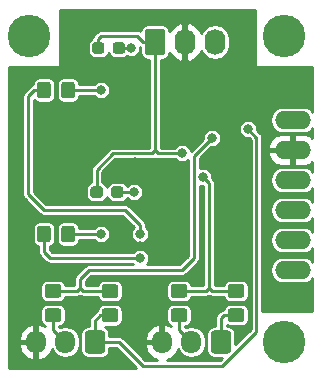
<source format=gbr>
G04 #@! TF.GenerationSoftware,KiCad,Pcbnew,(5.0.2)-1*
G04 #@! TF.CreationDate,2019-03-23T11:15:38+03:00*
G04 #@! TF.ProjectId,galvo-schematic,67616c76-6f2d-4736-9368-656d61746963,rev?*
G04 #@! TF.SameCoordinates,Original*
G04 #@! TF.FileFunction,Copper,L2,Bot*
G04 #@! TF.FilePolarity,Positive*
%FSLAX46Y46*%
G04 Gerber Fmt 4.6, Leading zero omitted, Abs format (unit mm)*
G04 Created by KiCad (PCBNEW (5.0.2)-1) date 23.03.2019 11:15:38*
%MOMM*%
%LPD*%
G01*
G04 APERTURE LIST*
G04 #@! TA.AperFunction,Conductor*
%ADD10C,0.100000*%
G04 #@! TD*
G04 #@! TA.AperFunction,SMDPad,CuDef*
%ADD11C,1.150000*%
G04 #@! TD*
G04 #@! TA.AperFunction,SMDPad,CuDef*
%ADD12C,0.950000*%
G04 #@! TD*
G04 #@! TA.AperFunction,ComponentPad*
%ADD13C,1.740000*%
G04 #@! TD*
G04 #@! TA.AperFunction,ComponentPad*
%ADD14O,1.740000X2.200000*%
G04 #@! TD*
G04 #@! TA.AperFunction,ComponentPad*
%ADD15O,1.700000X1.950000*%
G04 #@! TD*
G04 #@! TA.AperFunction,ComponentPad*
%ADD16C,1.700000*%
G04 #@! TD*
G04 #@! TA.AperFunction,ComponentPad*
%ADD17C,3.600000*%
G04 #@! TD*
G04 #@! TA.AperFunction,ComponentPad*
%ADD18O,3.048000X1.524000*%
G04 #@! TD*
G04 #@! TA.AperFunction,ViaPad*
%ADD19C,0.800000*%
G04 #@! TD*
G04 #@! TA.AperFunction,Conductor*
%ADD20C,0.250000*%
G04 #@! TD*
G04 APERTURE END LIST*
D10*
G04 #@! TO.N,Net-(R1-Pad2)*
G04 #@! TO.C,R1*
G36*
X128120505Y-88709204D02*
X128144773Y-88712804D01*
X128168572Y-88718765D01*
X128191671Y-88727030D01*
X128213850Y-88737520D01*
X128234893Y-88750132D01*
X128254599Y-88764747D01*
X128272777Y-88781223D01*
X128289253Y-88799401D01*
X128303868Y-88819107D01*
X128316480Y-88840150D01*
X128326970Y-88862329D01*
X128335235Y-88885428D01*
X128341196Y-88909227D01*
X128344796Y-88933495D01*
X128346000Y-88957999D01*
X128346000Y-89858001D01*
X128344796Y-89882505D01*
X128341196Y-89906773D01*
X128335235Y-89930572D01*
X128326970Y-89953671D01*
X128316480Y-89975850D01*
X128303868Y-89996893D01*
X128289253Y-90016599D01*
X128272777Y-90034777D01*
X128254599Y-90051253D01*
X128234893Y-90065868D01*
X128213850Y-90078480D01*
X128191671Y-90088970D01*
X128168572Y-90097235D01*
X128144773Y-90103196D01*
X128120505Y-90106796D01*
X128096001Y-90108000D01*
X127445999Y-90108000D01*
X127421495Y-90106796D01*
X127397227Y-90103196D01*
X127373428Y-90097235D01*
X127350329Y-90088970D01*
X127328150Y-90078480D01*
X127307107Y-90065868D01*
X127287401Y-90051253D01*
X127269223Y-90034777D01*
X127252747Y-90016599D01*
X127238132Y-89996893D01*
X127225520Y-89975850D01*
X127215030Y-89953671D01*
X127206765Y-89930572D01*
X127200804Y-89906773D01*
X127197204Y-89882505D01*
X127196000Y-89858001D01*
X127196000Y-88957999D01*
X127197204Y-88933495D01*
X127200804Y-88909227D01*
X127206765Y-88885428D01*
X127215030Y-88862329D01*
X127225520Y-88840150D01*
X127238132Y-88819107D01*
X127252747Y-88799401D01*
X127269223Y-88781223D01*
X127287401Y-88764747D01*
X127307107Y-88750132D01*
X127328150Y-88737520D01*
X127350329Y-88727030D01*
X127373428Y-88718765D01*
X127397227Y-88712804D01*
X127421495Y-88709204D01*
X127445999Y-88708000D01*
X128096001Y-88708000D01*
X128120505Y-88709204D01*
X128120505Y-88709204D01*
G37*
D11*
G04 #@! TD*
G04 #@! TO.P,R1,2*
G04 #@! TO.N,Net-(R1-Pad2)*
X127771000Y-89408000D03*
D10*
G04 #@! TO.N,Net-(DAC1-Pad6)*
G04 #@! TO.C,R1*
G36*
X126070505Y-88709204D02*
X126094773Y-88712804D01*
X126118572Y-88718765D01*
X126141671Y-88727030D01*
X126163850Y-88737520D01*
X126184893Y-88750132D01*
X126204599Y-88764747D01*
X126222777Y-88781223D01*
X126239253Y-88799401D01*
X126253868Y-88819107D01*
X126266480Y-88840150D01*
X126276970Y-88862329D01*
X126285235Y-88885428D01*
X126291196Y-88909227D01*
X126294796Y-88933495D01*
X126296000Y-88957999D01*
X126296000Y-89858001D01*
X126294796Y-89882505D01*
X126291196Y-89906773D01*
X126285235Y-89930572D01*
X126276970Y-89953671D01*
X126266480Y-89975850D01*
X126253868Y-89996893D01*
X126239253Y-90016599D01*
X126222777Y-90034777D01*
X126204599Y-90051253D01*
X126184893Y-90065868D01*
X126163850Y-90078480D01*
X126141671Y-90088970D01*
X126118572Y-90097235D01*
X126094773Y-90103196D01*
X126070505Y-90106796D01*
X126046001Y-90108000D01*
X125395999Y-90108000D01*
X125371495Y-90106796D01*
X125347227Y-90103196D01*
X125323428Y-90097235D01*
X125300329Y-90088970D01*
X125278150Y-90078480D01*
X125257107Y-90065868D01*
X125237401Y-90051253D01*
X125219223Y-90034777D01*
X125202747Y-90016599D01*
X125188132Y-89996893D01*
X125175520Y-89975850D01*
X125165030Y-89953671D01*
X125156765Y-89930572D01*
X125150804Y-89906773D01*
X125147204Y-89882505D01*
X125146000Y-89858001D01*
X125146000Y-88957999D01*
X125147204Y-88933495D01*
X125150804Y-88909227D01*
X125156765Y-88885428D01*
X125165030Y-88862329D01*
X125175520Y-88840150D01*
X125188132Y-88819107D01*
X125202747Y-88799401D01*
X125219223Y-88781223D01*
X125237401Y-88764747D01*
X125257107Y-88750132D01*
X125278150Y-88737520D01*
X125300329Y-88727030D01*
X125323428Y-88718765D01*
X125347227Y-88712804D01*
X125371495Y-88709204D01*
X125395999Y-88708000D01*
X126046001Y-88708000D01*
X126070505Y-88709204D01*
X126070505Y-88709204D01*
G37*
D11*
G04 #@! TD*
G04 #@! TO.P,R1,1*
G04 #@! TO.N,Net-(DAC1-Pad6)*
X125721000Y-89408000D03*
D10*
G04 #@! TO.N,Net-(R5-Pad2)*
G04 #@! TO.C,R5*
G36*
X128120505Y-100901204D02*
X128144773Y-100904804D01*
X128168572Y-100910765D01*
X128191671Y-100919030D01*
X128213850Y-100929520D01*
X128234893Y-100942132D01*
X128254599Y-100956747D01*
X128272777Y-100973223D01*
X128289253Y-100991401D01*
X128303868Y-101011107D01*
X128316480Y-101032150D01*
X128326970Y-101054329D01*
X128335235Y-101077428D01*
X128341196Y-101101227D01*
X128344796Y-101125495D01*
X128346000Y-101149999D01*
X128346000Y-102050001D01*
X128344796Y-102074505D01*
X128341196Y-102098773D01*
X128335235Y-102122572D01*
X128326970Y-102145671D01*
X128316480Y-102167850D01*
X128303868Y-102188893D01*
X128289253Y-102208599D01*
X128272777Y-102226777D01*
X128254599Y-102243253D01*
X128234893Y-102257868D01*
X128213850Y-102270480D01*
X128191671Y-102280970D01*
X128168572Y-102289235D01*
X128144773Y-102295196D01*
X128120505Y-102298796D01*
X128096001Y-102300000D01*
X127445999Y-102300000D01*
X127421495Y-102298796D01*
X127397227Y-102295196D01*
X127373428Y-102289235D01*
X127350329Y-102280970D01*
X127328150Y-102270480D01*
X127307107Y-102257868D01*
X127287401Y-102243253D01*
X127269223Y-102226777D01*
X127252747Y-102208599D01*
X127238132Y-102188893D01*
X127225520Y-102167850D01*
X127215030Y-102145671D01*
X127206765Y-102122572D01*
X127200804Y-102098773D01*
X127197204Y-102074505D01*
X127196000Y-102050001D01*
X127196000Y-101149999D01*
X127197204Y-101125495D01*
X127200804Y-101101227D01*
X127206765Y-101077428D01*
X127215030Y-101054329D01*
X127225520Y-101032150D01*
X127238132Y-101011107D01*
X127252747Y-100991401D01*
X127269223Y-100973223D01*
X127287401Y-100956747D01*
X127307107Y-100942132D01*
X127328150Y-100929520D01*
X127350329Y-100919030D01*
X127373428Y-100910765D01*
X127397227Y-100904804D01*
X127421495Y-100901204D01*
X127445999Y-100900000D01*
X128096001Y-100900000D01*
X128120505Y-100901204D01*
X128120505Y-100901204D01*
G37*
D11*
G04 #@! TD*
G04 #@! TO.P,R5,2*
G04 #@! TO.N,Net-(R5-Pad2)*
X127771000Y-101600000D03*
D10*
G04 #@! TO.N,Net-(DAC1-Pad8)*
G04 #@! TO.C,R5*
G36*
X126070505Y-100901204D02*
X126094773Y-100904804D01*
X126118572Y-100910765D01*
X126141671Y-100919030D01*
X126163850Y-100929520D01*
X126184893Y-100942132D01*
X126204599Y-100956747D01*
X126222777Y-100973223D01*
X126239253Y-100991401D01*
X126253868Y-101011107D01*
X126266480Y-101032150D01*
X126276970Y-101054329D01*
X126285235Y-101077428D01*
X126291196Y-101101227D01*
X126294796Y-101125495D01*
X126296000Y-101149999D01*
X126296000Y-102050001D01*
X126294796Y-102074505D01*
X126291196Y-102098773D01*
X126285235Y-102122572D01*
X126276970Y-102145671D01*
X126266480Y-102167850D01*
X126253868Y-102188893D01*
X126239253Y-102208599D01*
X126222777Y-102226777D01*
X126204599Y-102243253D01*
X126184893Y-102257868D01*
X126163850Y-102270480D01*
X126141671Y-102280970D01*
X126118572Y-102289235D01*
X126094773Y-102295196D01*
X126070505Y-102298796D01*
X126046001Y-102300000D01*
X125395999Y-102300000D01*
X125371495Y-102298796D01*
X125347227Y-102295196D01*
X125323428Y-102289235D01*
X125300329Y-102280970D01*
X125278150Y-102270480D01*
X125257107Y-102257868D01*
X125237401Y-102243253D01*
X125219223Y-102226777D01*
X125202747Y-102208599D01*
X125188132Y-102188893D01*
X125175520Y-102167850D01*
X125165030Y-102145671D01*
X125156765Y-102122572D01*
X125150804Y-102098773D01*
X125147204Y-102074505D01*
X125146000Y-102050001D01*
X125146000Y-101149999D01*
X125147204Y-101125495D01*
X125150804Y-101101227D01*
X125156765Y-101077428D01*
X125165030Y-101054329D01*
X125175520Y-101032150D01*
X125188132Y-101011107D01*
X125202747Y-100991401D01*
X125219223Y-100973223D01*
X125237401Y-100956747D01*
X125257107Y-100942132D01*
X125278150Y-100929520D01*
X125300329Y-100919030D01*
X125323428Y-100910765D01*
X125347227Y-100904804D01*
X125371495Y-100901204D01*
X125395999Y-100900000D01*
X126046001Y-100900000D01*
X126070505Y-100901204D01*
X126070505Y-100901204D01*
G37*
D11*
G04 #@! TD*
G04 #@! TO.P,R5,1*
G04 #@! TO.N,Net-(DAC1-Pad8)*
X125721000Y-101600000D03*
D10*
G04 #@! TO.N,Net-(R2-Pad2)*
G04 #@! TO.C,R2*
G36*
X132390779Y-85378144D02*
X132413834Y-85381563D01*
X132436443Y-85387227D01*
X132458387Y-85395079D01*
X132479457Y-85405044D01*
X132499448Y-85417026D01*
X132518168Y-85430910D01*
X132535438Y-85446562D01*
X132551090Y-85463832D01*
X132564974Y-85482552D01*
X132576956Y-85502543D01*
X132586921Y-85523613D01*
X132594773Y-85545557D01*
X132600437Y-85568166D01*
X132603856Y-85591221D01*
X132605000Y-85614500D01*
X132605000Y-86089500D01*
X132603856Y-86112779D01*
X132600437Y-86135834D01*
X132594773Y-86158443D01*
X132586921Y-86180387D01*
X132576956Y-86201457D01*
X132564974Y-86221448D01*
X132551090Y-86240168D01*
X132535438Y-86257438D01*
X132518168Y-86273090D01*
X132499448Y-86286974D01*
X132479457Y-86298956D01*
X132458387Y-86308921D01*
X132436443Y-86316773D01*
X132413834Y-86322437D01*
X132390779Y-86325856D01*
X132367500Y-86327000D01*
X131792500Y-86327000D01*
X131769221Y-86325856D01*
X131746166Y-86322437D01*
X131723557Y-86316773D01*
X131701613Y-86308921D01*
X131680543Y-86298956D01*
X131660552Y-86286974D01*
X131641832Y-86273090D01*
X131624562Y-86257438D01*
X131608910Y-86240168D01*
X131595026Y-86221448D01*
X131583044Y-86201457D01*
X131573079Y-86180387D01*
X131565227Y-86158443D01*
X131559563Y-86135834D01*
X131556144Y-86112779D01*
X131555000Y-86089500D01*
X131555000Y-85614500D01*
X131556144Y-85591221D01*
X131559563Y-85568166D01*
X131565227Y-85545557D01*
X131573079Y-85523613D01*
X131583044Y-85502543D01*
X131595026Y-85482552D01*
X131608910Y-85463832D01*
X131624562Y-85446562D01*
X131641832Y-85430910D01*
X131660552Y-85417026D01*
X131680543Y-85405044D01*
X131701613Y-85395079D01*
X131723557Y-85387227D01*
X131746166Y-85381563D01*
X131769221Y-85378144D01*
X131792500Y-85377000D01*
X132367500Y-85377000D01*
X132390779Y-85378144D01*
X132390779Y-85378144D01*
G37*
D12*
G04 #@! TD*
G04 #@! TO.P,R2,2*
G04 #@! TO.N,Net-(R2-Pad2)*
X132080000Y-85852000D03*
D10*
G04 #@! TO.N,/+V15*
G04 #@! TO.C,R2*
G36*
X130640779Y-85378144D02*
X130663834Y-85381563D01*
X130686443Y-85387227D01*
X130708387Y-85395079D01*
X130729457Y-85405044D01*
X130749448Y-85417026D01*
X130768168Y-85430910D01*
X130785438Y-85446562D01*
X130801090Y-85463832D01*
X130814974Y-85482552D01*
X130826956Y-85502543D01*
X130836921Y-85523613D01*
X130844773Y-85545557D01*
X130850437Y-85568166D01*
X130853856Y-85591221D01*
X130855000Y-85614500D01*
X130855000Y-86089500D01*
X130853856Y-86112779D01*
X130850437Y-86135834D01*
X130844773Y-86158443D01*
X130836921Y-86180387D01*
X130826956Y-86201457D01*
X130814974Y-86221448D01*
X130801090Y-86240168D01*
X130785438Y-86257438D01*
X130768168Y-86273090D01*
X130749448Y-86286974D01*
X130729457Y-86298956D01*
X130708387Y-86308921D01*
X130686443Y-86316773D01*
X130663834Y-86322437D01*
X130640779Y-86325856D01*
X130617500Y-86327000D01*
X130042500Y-86327000D01*
X130019221Y-86325856D01*
X129996166Y-86322437D01*
X129973557Y-86316773D01*
X129951613Y-86308921D01*
X129930543Y-86298956D01*
X129910552Y-86286974D01*
X129891832Y-86273090D01*
X129874562Y-86257438D01*
X129858910Y-86240168D01*
X129845026Y-86221448D01*
X129833044Y-86201457D01*
X129823079Y-86180387D01*
X129815227Y-86158443D01*
X129809563Y-86135834D01*
X129806144Y-86112779D01*
X129805000Y-86089500D01*
X129805000Y-85614500D01*
X129806144Y-85591221D01*
X129809563Y-85568166D01*
X129815227Y-85545557D01*
X129823079Y-85523613D01*
X129833044Y-85502543D01*
X129845026Y-85482552D01*
X129858910Y-85463832D01*
X129874562Y-85446562D01*
X129891832Y-85430910D01*
X129910552Y-85417026D01*
X129930543Y-85405044D01*
X129951613Y-85395079D01*
X129973557Y-85387227D01*
X129996166Y-85381563D01*
X130019221Y-85378144D01*
X130042500Y-85377000D01*
X130617500Y-85377000D01*
X130640779Y-85378144D01*
X130640779Y-85378144D01*
G37*
D12*
G04 #@! TD*
G04 #@! TO.P,R2,1*
G04 #@! TO.N,/+V15*
X130330000Y-85852000D03*
D10*
G04 #@! TO.N,/+V15*
G04 #@! TO.C,J1*
G36*
X135772505Y-84245204D02*
X135796773Y-84248804D01*
X135820572Y-84254765D01*
X135843671Y-84263030D01*
X135865850Y-84273520D01*
X135886893Y-84286132D01*
X135906599Y-84300747D01*
X135924777Y-84317223D01*
X135941253Y-84335401D01*
X135955868Y-84355107D01*
X135968480Y-84376150D01*
X135978970Y-84398329D01*
X135987235Y-84421428D01*
X135993196Y-84445227D01*
X135996796Y-84469495D01*
X135998000Y-84493999D01*
X135998000Y-86194001D01*
X135996796Y-86218505D01*
X135993196Y-86242773D01*
X135987235Y-86266572D01*
X135978970Y-86289671D01*
X135968480Y-86311850D01*
X135955868Y-86332893D01*
X135941253Y-86352599D01*
X135924777Y-86370777D01*
X135906599Y-86387253D01*
X135886893Y-86401868D01*
X135865850Y-86414480D01*
X135843671Y-86424970D01*
X135820572Y-86433235D01*
X135796773Y-86439196D01*
X135772505Y-86442796D01*
X135748001Y-86444000D01*
X134507999Y-86444000D01*
X134483495Y-86442796D01*
X134459227Y-86439196D01*
X134435428Y-86433235D01*
X134412329Y-86424970D01*
X134390150Y-86414480D01*
X134369107Y-86401868D01*
X134349401Y-86387253D01*
X134331223Y-86370777D01*
X134314747Y-86352599D01*
X134300132Y-86332893D01*
X134287520Y-86311850D01*
X134277030Y-86289671D01*
X134268765Y-86266572D01*
X134262804Y-86242773D01*
X134259204Y-86218505D01*
X134258000Y-86194001D01*
X134258000Y-84493999D01*
X134259204Y-84469495D01*
X134262804Y-84445227D01*
X134268765Y-84421428D01*
X134277030Y-84398329D01*
X134287520Y-84376150D01*
X134300132Y-84355107D01*
X134314747Y-84335401D01*
X134331223Y-84317223D01*
X134349401Y-84300747D01*
X134369107Y-84286132D01*
X134390150Y-84273520D01*
X134412329Y-84263030D01*
X134435428Y-84254765D01*
X134459227Y-84248804D01*
X134483495Y-84245204D01*
X134507999Y-84244000D01*
X135748001Y-84244000D01*
X135772505Y-84245204D01*
X135772505Y-84245204D01*
G37*
D13*
G04 #@! TD*
G04 #@! TO.P,J1,1*
G04 #@! TO.N,/+V15*
X135128000Y-85344000D03*
D14*
G04 #@! TO.P,J1,2*
G04 #@! TO.N,GND*
X137668000Y-85344000D03*
G04 #@! TO.P,J1,3*
G04 #@! TO.N,/-V15*
X140208000Y-85344000D03*
G04 #@! TD*
D15*
G04 #@! TO.P,X2,3*
G04 #@! TO.N,GND*
X135716000Y-110744000D03*
G04 #@! TO.P,X2,2*
G04 #@! TO.N,/ILDAX+15V*
X138216000Y-110744000D03*
D10*
G04 #@! TD*
G04 #@! TO.N,/ILDAX-15V*
G04 #@! TO.C,X2*
G36*
X141340504Y-109770204D02*
X141364773Y-109773804D01*
X141388571Y-109779765D01*
X141411671Y-109788030D01*
X141433849Y-109798520D01*
X141454893Y-109811133D01*
X141474598Y-109825747D01*
X141492777Y-109842223D01*
X141509253Y-109860402D01*
X141523867Y-109880107D01*
X141536480Y-109901151D01*
X141546970Y-109923329D01*
X141555235Y-109946429D01*
X141561196Y-109970227D01*
X141564796Y-109994496D01*
X141566000Y-110019000D01*
X141566000Y-111469000D01*
X141564796Y-111493504D01*
X141561196Y-111517773D01*
X141555235Y-111541571D01*
X141546970Y-111564671D01*
X141536480Y-111586849D01*
X141523867Y-111607893D01*
X141509253Y-111627598D01*
X141492777Y-111645777D01*
X141474598Y-111662253D01*
X141454893Y-111676867D01*
X141433849Y-111689480D01*
X141411671Y-111699970D01*
X141388571Y-111708235D01*
X141364773Y-111714196D01*
X141340504Y-111717796D01*
X141316000Y-111719000D01*
X140116000Y-111719000D01*
X140091496Y-111717796D01*
X140067227Y-111714196D01*
X140043429Y-111708235D01*
X140020329Y-111699970D01*
X139998151Y-111689480D01*
X139977107Y-111676867D01*
X139957402Y-111662253D01*
X139939223Y-111645777D01*
X139922747Y-111627598D01*
X139908133Y-111607893D01*
X139895520Y-111586849D01*
X139885030Y-111564671D01*
X139876765Y-111541571D01*
X139870804Y-111517773D01*
X139867204Y-111493504D01*
X139866000Y-111469000D01*
X139866000Y-110019000D01*
X139867204Y-109994496D01*
X139870804Y-109970227D01*
X139876765Y-109946429D01*
X139885030Y-109923329D01*
X139895520Y-109901151D01*
X139908133Y-109880107D01*
X139922747Y-109860402D01*
X139939223Y-109842223D01*
X139957402Y-109825747D01*
X139977107Y-109811133D01*
X139998151Y-109798520D01*
X140020329Y-109788030D01*
X140043429Y-109779765D01*
X140067227Y-109773804D01*
X140091496Y-109770204D01*
X140116000Y-109769000D01*
X141316000Y-109769000D01*
X141340504Y-109770204D01*
X141340504Y-109770204D01*
G37*
D16*
G04 #@! TO.P,X2,1*
G04 #@! TO.N,/ILDAX-15V*
X140716000Y-110744000D03*
G04 #@! TD*
D15*
G04 #@! TO.P,X3,3*
G04 #@! TO.N,GND*
X125048000Y-110744000D03*
G04 #@! TO.P,X3,2*
G04 #@! TO.N,/ILDAY+15V*
X127548000Y-110744000D03*
D10*
G04 #@! TD*
G04 #@! TO.N,/ILDAY-15V*
G04 #@! TO.C,X3*
G36*
X130672504Y-109770204D02*
X130696773Y-109773804D01*
X130720571Y-109779765D01*
X130743671Y-109788030D01*
X130765849Y-109798520D01*
X130786893Y-109811133D01*
X130806598Y-109825747D01*
X130824777Y-109842223D01*
X130841253Y-109860402D01*
X130855867Y-109880107D01*
X130868480Y-109901151D01*
X130878970Y-109923329D01*
X130887235Y-109946429D01*
X130893196Y-109970227D01*
X130896796Y-109994496D01*
X130898000Y-110019000D01*
X130898000Y-111469000D01*
X130896796Y-111493504D01*
X130893196Y-111517773D01*
X130887235Y-111541571D01*
X130878970Y-111564671D01*
X130868480Y-111586849D01*
X130855867Y-111607893D01*
X130841253Y-111627598D01*
X130824777Y-111645777D01*
X130806598Y-111662253D01*
X130786893Y-111676867D01*
X130765849Y-111689480D01*
X130743671Y-111699970D01*
X130720571Y-111708235D01*
X130696773Y-111714196D01*
X130672504Y-111717796D01*
X130648000Y-111719000D01*
X129448000Y-111719000D01*
X129423496Y-111717796D01*
X129399227Y-111714196D01*
X129375429Y-111708235D01*
X129352329Y-111699970D01*
X129330151Y-111689480D01*
X129309107Y-111676867D01*
X129289402Y-111662253D01*
X129271223Y-111645777D01*
X129254747Y-111627598D01*
X129240133Y-111607893D01*
X129227520Y-111586849D01*
X129217030Y-111564671D01*
X129208765Y-111541571D01*
X129202804Y-111517773D01*
X129199204Y-111493504D01*
X129198000Y-111469000D01*
X129198000Y-110019000D01*
X129199204Y-109994496D01*
X129202804Y-109970227D01*
X129208765Y-109946429D01*
X129217030Y-109923329D01*
X129227520Y-109901151D01*
X129240133Y-109880107D01*
X129254747Y-109860402D01*
X129271223Y-109842223D01*
X129289402Y-109825747D01*
X129309107Y-109811133D01*
X129330151Y-109798520D01*
X129352329Y-109788030D01*
X129375429Y-109779765D01*
X129399227Y-109773804D01*
X129423496Y-109770204D01*
X129448000Y-109769000D01*
X130648000Y-109769000D01*
X130672504Y-109770204D01*
X130672504Y-109770204D01*
G37*
D16*
G04 #@! TO.P,X3,1*
G04 #@! TO.N,/ILDAY-15V*
X130048000Y-110744000D03*
G04 #@! TD*
D17*
G04 #@! TO.P,REF\002A\002A,*
G04 #@! TO.N,*
X124460000Y-84836000D03*
G04 #@! TD*
G04 #@! TO.P,REF\002A\002A,*
G04 #@! TO.N,*
X146050000Y-110744000D03*
G04 #@! TD*
D18*
G04 #@! TO.P,SV4,6*
G04 #@! TO.N,+5V*
X146812000Y-104648000D03*
G04 #@! TO.P,SV4,5*
G04 #@! TO.N,/CS*
X146812000Y-102108000D03*
G04 #@! TO.P,SV4,4*
G04 #@! TO.N,/SCK*
X146812000Y-99568000D03*
G04 #@! TO.P,SV4,3*
G04 #@! TO.N,/SDI*
X146812000Y-97028000D03*
G04 #@! TO.P,SV4,2*
G04 #@! TO.N,GND*
X146812000Y-94488000D03*
G04 #@! TO.P,SV4,1*
G04 #@! TO.N,/LATCH*
X146812000Y-91948000D03*
G04 #@! TD*
D10*
G04 #@! TO.N,Net-(R12-Pad1)*
G04 #@! TO.C,R3*
G36*
X126966505Y-105843204D02*
X126990773Y-105846804D01*
X127014572Y-105852765D01*
X127037671Y-105861030D01*
X127059850Y-105871520D01*
X127080893Y-105884132D01*
X127100599Y-105898747D01*
X127118777Y-105915223D01*
X127135253Y-105933401D01*
X127149868Y-105953107D01*
X127162480Y-105974150D01*
X127172970Y-105996329D01*
X127181235Y-106019428D01*
X127187196Y-106043227D01*
X127190796Y-106067495D01*
X127192000Y-106091999D01*
X127192000Y-106742001D01*
X127190796Y-106766505D01*
X127187196Y-106790773D01*
X127181235Y-106814572D01*
X127172970Y-106837671D01*
X127162480Y-106859850D01*
X127149868Y-106880893D01*
X127135253Y-106900599D01*
X127118777Y-106918777D01*
X127100599Y-106935253D01*
X127080893Y-106949868D01*
X127059850Y-106962480D01*
X127037671Y-106972970D01*
X127014572Y-106981235D01*
X126990773Y-106987196D01*
X126966505Y-106990796D01*
X126942001Y-106992000D01*
X126041999Y-106992000D01*
X126017495Y-106990796D01*
X125993227Y-106987196D01*
X125969428Y-106981235D01*
X125946329Y-106972970D01*
X125924150Y-106962480D01*
X125903107Y-106949868D01*
X125883401Y-106935253D01*
X125865223Y-106918777D01*
X125848747Y-106900599D01*
X125834132Y-106880893D01*
X125821520Y-106859850D01*
X125811030Y-106837671D01*
X125802765Y-106814572D01*
X125796804Y-106790773D01*
X125793204Y-106766505D01*
X125792000Y-106742001D01*
X125792000Y-106091999D01*
X125793204Y-106067495D01*
X125796804Y-106043227D01*
X125802765Y-106019428D01*
X125811030Y-105996329D01*
X125821520Y-105974150D01*
X125834132Y-105953107D01*
X125848747Y-105933401D01*
X125865223Y-105915223D01*
X125883401Y-105898747D01*
X125903107Y-105884132D01*
X125924150Y-105871520D01*
X125946329Y-105861030D01*
X125969428Y-105852765D01*
X125993227Y-105846804D01*
X126017495Y-105843204D01*
X126041999Y-105842000D01*
X126942001Y-105842000D01*
X126966505Y-105843204D01*
X126966505Y-105843204D01*
G37*
D11*
G04 #@! TD*
G04 #@! TO.P,R3,2*
G04 #@! TO.N,Net-(R12-Pad1)*
X126492000Y-106417000D03*
D10*
G04 #@! TO.N,/ILDAY+15V*
G04 #@! TO.C,R3*
G36*
X126966505Y-107893204D02*
X126990773Y-107896804D01*
X127014572Y-107902765D01*
X127037671Y-107911030D01*
X127059850Y-107921520D01*
X127080893Y-107934132D01*
X127100599Y-107948747D01*
X127118777Y-107965223D01*
X127135253Y-107983401D01*
X127149868Y-108003107D01*
X127162480Y-108024150D01*
X127172970Y-108046329D01*
X127181235Y-108069428D01*
X127187196Y-108093227D01*
X127190796Y-108117495D01*
X127192000Y-108141999D01*
X127192000Y-108792001D01*
X127190796Y-108816505D01*
X127187196Y-108840773D01*
X127181235Y-108864572D01*
X127172970Y-108887671D01*
X127162480Y-108909850D01*
X127149868Y-108930893D01*
X127135253Y-108950599D01*
X127118777Y-108968777D01*
X127100599Y-108985253D01*
X127080893Y-108999868D01*
X127059850Y-109012480D01*
X127037671Y-109022970D01*
X127014572Y-109031235D01*
X126990773Y-109037196D01*
X126966505Y-109040796D01*
X126942001Y-109042000D01*
X126041999Y-109042000D01*
X126017495Y-109040796D01*
X125993227Y-109037196D01*
X125969428Y-109031235D01*
X125946329Y-109022970D01*
X125924150Y-109012480D01*
X125903107Y-108999868D01*
X125883401Y-108985253D01*
X125865223Y-108968777D01*
X125848747Y-108950599D01*
X125834132Y-108930893D01*
X125821520Y-108909850D01*
X125811030Y-108887671D01*
X125802765Y-108864572D01*
X125796804Y-108840773D01*
X125793204Y-108816505D01*
X125792000Y-108792001D01*
X125792000Y-108141999D01*
X125793204Y-108117495D01*
X125796804Y-108093227D01*
X125802765Y-108069428D01*
X125811030Y-108046329D01*
X125821520Y-108024150D01*
X125834132Y-108003107D01*
X125848747Y-107983401D01*
X125865223Y-107965223D01*
X125883401Y-107948747D01*
X125903107Y-107934132D01*
X125924150Y-107921520D01*
X125946329Y-107911030D01*
X125969428Y-107902765D01*
X125993227Y-107896804D01*
X126017495Y-107893204D01*
X126041999Y-107892000D01*
X126942001Y-107892000D01*
X126966505Y-107893204D01*
X126966505Y-107893204D01*
G37*
D11*
G04 #@! TD*
G04 #@! TO.P,R3,1*
G04 #@! TO.N,/ILDAY+15V*
X126492000Y-108467000D03*
D10*
G04 #@! TO.N,/+V15*
G04 #@! TO.C,R6*
G36*
X130499779Y-97570144D02*
X130522834Y-97573563D01*
X130545443Y-97579227D01*
X130567387Y-97587079D01*
X130588457Y-97597044D01*
X130608448Y-97609026D01*
X130627168Y-97622910D01*
X130644438Y-97638562D01*
X130660090Y-97655832D01*
X130673974Y-97674552D01*
X130685956Y-97694543D01*
X130695921Y-97715613D01*
X130703773Y-97737557D01*
X130709437Y-97760166D01*
X130712856Y-97783221D01*
X130714000Y-97806500D01*
X130714000Y-98281500D01*
X130712856Y-98304779D01*
X130709437Y-98327834D01*
X130703773Y-98350443D01*
X130695921Y-98372387D01*
X130685956Y-98393457D01*
X130673974Y-98413448D01*
X130660090Y-98432168D01*
X130644438Y-98449438D01*
X130627168Y-98465090D01*
X130608448Y-98478974D01*
X130588457Y-98490956D01*
X130567387Y-98500921D01*
X130545443Y-98508773D01*
X130522834Y-98514437D01*
X130499779Y-98517856D01*
X130476500Y-98519000D01*
X129901500Y-98519000D01*
X129878221Y-98517856D01*
X129855166Y-98514437D01*
X129832557Y-98508773D01*
X129810613Y-98500921D01*
X129789543Y-98490956D01*
X129769552Y-98478974D01*
X129750832Y-98465090D01*
X129733562Y-98449438D01*
X129717910Y-98432168D01*
X129704026Y-98413448D01*
X129692044Y-98393457D01*
X129682079Y-98372387D01*
X129674227Y-98350443D01*
X129668563Y-98327834D01*
X129665144Y-98304779D01*
X129664000Y-98281500D01*
X129664000Y-97806500D01*
X129665144Y-97783221D01*
X129668563Y-97760166D01*
X129674227Y-97737557D01*
X129682079Y-97715613D01*
X129692044Y-97694543D01*
X129704026Y-97674552D01*
X129717910Y-97655832D01*
X129733562Y-97638562D01*
X129750832Y-97622910D01*
X129769552Y-97609026D01*
X129789543Y-97597044D01*
X129810613Y-97587079D01*
X129832557Y-97579227D01*
X129855166Y-97573563D01*
X129878221Y-97570144D01*
X129901500Y-97569000D01*
X130476500Y-97569000D01*
X130499779Y-97570144D01*
X130499779Y-97570144D01*
G37*
D12*
G04 #@! TD*
G04 #@! TO.P,R6,1*
G04 #@! TO.N,/+V15*
X130189000Y-98044000D03*
D10*
G04 #@! TO.N,Net-(R6-Pad2)*
G04 #@! TO.C,R6*
G36*
X132249779Y-97570144D02*
X132272834Y-97573563D01*
X132295443Y-97579227D01*
X132317387Y-97587079D01*
X132338457Y-97597044D01*
X132358448Y-97609026D01*
X132377168Y-97622910D01*
X132394438Y-97638562D01*
X132410090Y-97655832D01*
X132423974Y-97674552D01*
X132435956Y-97694543D01*
X132445921Y-97715613D01*
X132453773Y-97737557D01*
X132459437Y-97760166D01*
X132462856Y-97783221D01*
X132464000Y-97806500D01*
X132464000Y-98281500D01*
X132462856Y-98304779D01*
X132459437Y-98327834D01*
X132453773Y-98350443D01*
X132445921Y-98372387D01*
X132435956Y-98393457D01*
X132423974Y-98413448D01*
X132410090Y-98432168D01*
X132394438Y-98449438D01*
X132377168Y-98465090D01*
X132358448Y-98478974D01*
X132338457Y-98490956D01*
X132317387Y-98500921D01*
X132295443Y-98508773D01*
X132272834Y-98514437D01*
X132249779Y-98517856D01*
X132226500Y-98519000D01*
X131651500Y-98519000D01*
X131628221Y-98517856D01*
X131605166Y-98514437D01*
X131582557Y-98508773D01*
X131560613Y-98500921D01*
X131539543Y-98490956D01*
X131519552Y-98478974D01*
X131500832Y-98465090D01*
X131483562Y-98449438D01*
X131467910Y-98432168D01*
X131454026Y-98413448D01*
X131442044Y-98393457D01*
X131432079Y-98372387D01*
X131424227Y-98350443D01*
X131418563Y-98327834D01*
X131415144Y-98304779D01*
X131414000Y-98281500D01*
X131414000Y-97806500D01*
X131415144Y-97783221D01*
X131418563Y-97760166D01*
X131424227Y-97737557D01*
X131432079Y-97715613D01*
X131442044Y-97694543D01*
X131454026Y-97674552D01*
X131467910Y-97655832D01*
X131483562Y-97638562D01*
X131500832Y-97622910D01*
X131519552Y-97609026D01*
X131539543Y-97597044D01*
X131560613Y-97587079D01*
X131582557Y-97579227D01*
X131605166Y-97573563D01*
X131628221Y-97570144D01*
X131651500Y-97569000D01*
X132226500Y-97569000D01*
X132249779Y-97570144D01*
X132249779Y-97570144D01*
G37*
D12*
G04 #@! TD*
G04 #@! TO.P,R6,2*
G04 #@! TO.N,Net-(R6-Pad2)*
X131939000Y-98044000D03*
D10*
G04 #@! TO.N,/ILDAX+15V*
G04 #@! TO.C,R7*
G36*
X137634505Y-107893204D02*
X137658773Y-107896804D01*
X137682572Y-107902765D01*
X137705671Y-107911030D01*
X137727850Y-107921520D01*
X137748893Y-107934132D01*
X137768599Y-107948747D01*
X137786777Y-107965223D01*
X137803253Y-107983401D01*
X137817868Y-108003107D01*
X137830480Y-108024150D01*
X137840970Y-108046329D01*
X137849235Y-108069428D01*
X137855196Y-108093227D01*
X137858796Y-108117495D01*
X137860000Y-108141999D01*
X137860000Y-108792001D01*
X137858796Y-108816505D01*
X137855196Y-108840773D01*
X137849235Y-108864572D01*
X137840970Y-108887671D01*
X137830480Y-108909850D01*
X137817868Y-108930893D01*
X137803253Y-108950599D01*
X137786777Y-108968777D01*
X137768599Y-108985253D01*
X137748893Y-108999868D01*
X137727850Y-109012480D01*
X137705671Y-109022970D01*
X137682572Y-109031235D01*
X137658773Y-109037196D01*
X137634505Y-109040796D01*
X137610001Y-109042000D01*
X136709999Y-109042000D01*
X136685495Y-109040796D01*
X136661227Y-109037196D01*
X136637428Y-109031235D01*
X136614329Y-109022970D01*
X136592150Y-109012480D01*
X136571107Y-108999868D01*
X136551401Y-108985253D01*
X136533223Y-108968777D01*
X136516747Y-108950599D01*
X136502132Y-108930893D01*
X136489520Y-108909850D01*
X136479030Y-108887671D01*
X136470765Y-108864572D01*
X136464804Y-108840773D01*
X136461204Y-108816505D01*
X136460000Y-108792001D01*
X136460000Y-108141999D01*
X136461204Y-108117495D01*
X136464804Y-108093227D01*
X136470765Y-108069428D01*
X136479030Y-108046329D01*
X136489520Y-108024150D01*
X136502132Y-108003107D01*
X136516747Y-107983401D01*
X136533223Y-107965223D01*
X136551401Y-107948747D01*
X136571107Y-107934132D01*
X136592150Y-107921520D01*
X136614329Y-107911030D01*
X136637428Y-107902765D01*
X136661227Y-107896804D01*
X136685495Y-107893204D01*
X136709999Y-107892000D01*
X137610001Y-107892000D01*
X137634505Y-107893204D01*
X137634505Y-107893204D01*
G37*
D11*
G04 #@! TD*
G04 #@! TO.P,R7,1*
G04 #@! TO.N,/ILDAX+15V*
X137160000Y-108467000D03*
D10*
G04 #@! TO.N,Net-(R11-Pad1)*
G04 #@! TO.C,R7*
G36*
X137634505Y-105843204D02*
X137658773Y-105846804D01*
X137682572Y-105852765D01*
X137705671Y-105861030D01*
X137727850Y-105871520D01*
X137748893Y-105884132D01*
X137768599Y-105898747D01*
X137786777Y-105915223D01*
X137803253Y-105933401D01*
X137817868Y-105953107D01*
X137830480Y-105974150D01*
X137840970Y-105996329D01*
X137849235Y-106019428D01*
X137855196Y-106043227D01*
X137858796Y-106067495D01*
X137860000Y-106091999D01*
X137860000Y-106742001D01*
X137858796Y-106766505D01*
X137855196Y-106790773D01*
X137849235Y-106814572D01*
X137840970Y-106837671D01*
X137830480Y-106859850D01*
X137817868Y-106880893D01*
X137803253Y-106900599D01*
X137786777Y-106918777D01*
X137768599Y-106935253D01*
X137748893Y-106949868D01*
X137727850Y-106962480D01*
X137705671Y-106972970D01*
X137682572Y-106981235D01*
X137658773Y-106987196D01*
X137634505Y-106990796D01*
X137610001Y-106992000D01*
X136709999Y-106992000D01*
X136685495Y-106990796D01*
X136661227Y-106987196D01*
X136637428Y-106981235D01*
X136614329Y-106972970D01*
X136592150Y-106962480D01*
X136571107Y-106949868D01*
X136551401Y-106935253D01*
X136533223Y-106918777D01*
X136516747Y-106900599D01*
X136502132Y-106880893D01*
X136489520Y-106859850D01*
X136479030Y-106837671D01*
X136470765Y-106814572D01*
X136464804Y-106790773D01*
X136461204Y-106766505D01*
X136460000Y-106742001D01*
X136460000Y-106091999D01*
X136461204Y-106067495D01*
X136464804Y-106043227D01*
X136470765Y-106019428D01*
X136479030Y-105996329D01*
X136489520Y-105974150D01*
X136502132Y-105953107D01*
X136516747Y-105933401D01*
X136533223Y-105915223D01*
X136551401Y-105898747D01*
X136571107Y-105884132D01*
X136592150Y-105871520D01*
X136614329Y-105861030D01*
X136637428Y-105852765D01*
X136661227Y-105846804D01*
X136685495Y-105843204D01*
X136709999Y-105842000D01*
X137610001Y-105842000D01*
X137634505Y-105843204D01*
X137634505Y-105843204D01*
G37*
D11*
G04 #@! TD*
G04 #@! TO.P,R7,2*
G04 #@! TO.N,Net-(R11-Pad1)*
X137160000Y-106417000D03*
D10*
G04 #@! TO.N,Net-(R11-Pad1)*
G04 #@! TO.C,R11*
G36*
X142460505Y-105843204D02*
X142484773Y-105846804D01*
X142508572Y-105852765D01*
X142531671Y-105861030D01*
X142553850Y-105871520D01*
X142574893Y-105884132D01*
X142594599Y-105898747D01*
X142612777Y-105915223D01*
X142629253Y-105933401D01*
X142643868Y-105953107D01*
X142656480Y-105974150D01*
X142666970Y-105996329D01*
X142675235Y-106019428D01*
X142681196Y-106043227D01*
X142684796Y-106067495D01*
X142686000Y-106091999D01*
X142686000Y-106742001D01*
X142684796Y-106766505D01*
X142681196Y-106790773D01*
X142675235Y-106814572D01*
X142666970Y-106837671D01*
X142656480Y-106859850D01*
X142643868Y-106880893D01*
X142629253Y-106900599D01*
X142612777Y-106918777D01*
X142594599Y-106935253D01*
X142574893Y-106949868D01*
X142553850Y-106962480D01*
X142531671Y-106972970D01*
X142508572Y-106981235D01*
X142484773Y-106987196D01*
X142460505Y-106990796D01*
X142436001Y-106992000D01*
X141535999Y-106992000D01*
X141511495Y-106990796D01*
X141487227Y-106987196D01*
X141463428Y-106981235D01*
X141440329Y-106972970D01*
X141418150Y-106962480D01*
X141397107Y-106949868D01*
X141377401Y-106935253D01*
X141359223Y-106918777D01*
X141342747Y-106900599D01*
X141328132Y-106880893D01*
X141315520Y-106859850D01*
X141305030Y-106837671D01*
X141296765Y-106814572D01*
X141290804Y-106790773D01*
X141287204Y-106766505D01*
X141286000Y-106742001D01*
X141286000Y-106091999D01*
X141287204Y-106067495D01*
X141290804Y-106043227D01*
X141296765Y-106019428D01*
X141305030Y-105996329D01*
X141315520Y-105974150D01*
X141328132Y-105953107D01*
X141342747Y-105933401D01*
X141359223Y-105915223D01*
X141377401Y-105898747D01*
X141397107Y-105884132D01*
X141418150Y-105871520D01*
X141440329Y-105861030D01*
X141463428Y-105852765D01*
X141487227Y-105846804D01*
X141511495Y-105843204D01*
X141535999Y-105842000D01*
X142436001Y-105842000D01*
X142460505Y-105843204D01*
X142460505Y-105843204D01*
G37*
D11*
G04 #@! TD*
G04 #@! TO.P,R11,1*
G04 #@! TO.N,Net-(R11-Pad1)*
X141986000Y-106417000D03*
D10*
G04 #@! TO.N,/ILDAX-15V*
G04 #@! TO.C,R11*
G36*
X142460505Y-107893204D02*
X142484773Y-107896804D01*
X142508572Y-107902765D01*
X142531671Y-107911030D01*
X142553850Y-107921520D01*
X142574893Y-107934132D01*
X142594599Y-107948747D01*
X142612777Y-107965223D01*
X142629253Y-107983401D01*
X142643868Y-108003107D01*
X142656480Y-108024150D01*
X142666970Y-108046329D01*
X142675235Y-108069428D01*
X142681196Y-108093227D01*
X142684796Y-108117495D01*
X142686000Y-108141999D01*
X142686000Y-108792001D01*
X142684796Y-108816505D01*
X142681196Y-108840773D01*
X142675235Y-108864572D01*
X142666970Y-108887671D01*
X142656480Y-108909850D01*
X142643868Y-108930893D01*
X142629253Y-108950599D01*
X142612777Y-108968777D01*
X142594599Y-108985253D01*
X142574893Y-108999868D01*
X142553850Y-109012480D01*
X142531671Y-109022970D01*
X142508572Y-109031235D01*
X142484773Y-109037196D01*
X142460505Y-109040796D01*
X142436001Y-109042000D01*
X141535999Y-109042000D01*
X141511495Y-109040796D01*
X141487227Y-109037196D01*
X141463428Y-109031235D01*
X141440329Y-109022970D01*
X141418150Y-109012480D01*
X141397107Y-108999868D01*
X141377401Y-108985253D01*
X141359223Y-108968777D01*
X141342747Y-108950599D01*
X141328132Y-108930893D01*
X141315520Y-108909850D01*
X141305030Y-108887671D01*
X141296765Y-108864572D01*
X141290804Y-108840773D01*
X141287204Y-108816505D01*
X141286000Y-108792001D01*
X141286000Y-108141999D01*
X141287204Y-108117495D01*
X141290804Y-108093227D01*
X141296765Y-108069428D01*
X141305030Y-108046329D01*
X141315520Y-108024150D01*
X141328132Y-108003107D01*
X141342747Y-107983401D01*
X141359223Y-107965223D01*
X141377401Y-107948747D01*
X141397107Y-107934132D01*
X141418150Y-107921520D01*
X141440329Y-107911030D01*
X141463428Y-107902765D01*
X141487227Y-107896804D01*
X141511495Y-107893204D01*
X141535999Y-107892000D01*
X142436001Y-107892000D01*
X142460505Y-107893204D01*
X142460505Y-107893204D01*
G37*
D11*
G04 #@! TD*
G04 #@! TO.P,R11,2*
G04 #@! TO.N,/ILDAX-15V*
X141986000Y-108467000D03*
D10*
G04 #@! TO.N,Net-(R12-Pad1)*
G04 #@! TO.C,R12*
G36*
X131792505Y-105852204D02*
X131816773Y-105855804D01*
X131840572Y-105861765D01*
X131863671Y-105870030D01*
X131885850Y-105880520D01*
X131906893Y-105893132D01*
X131926599Y-105907747D01*
X131944777Y-105924223D01*
X131961253Y-105942401D01*
X131975868Y-105962107D01*
X131988480Y-105983150D01*
X131998970Y-106005329D01*
X132007235Y-106028428D01*
X132013196Y-106052227D01*
X132016796Y-106076495D01*
X132018000Y-106100999D01*
X132018000Y-106751001D01*
X132016796Y-106775505D01*
X132013196Y-106799773D01*
X132007235Y-106823572D01*
X131998970Y-106846671D01*
X131988480Y-106868850D01*
X131975868Y-106889893D01*
X131961253Y-106909599D01*
X131944777Y-106927777D01*
X131926599Y-106944253D01*
X131906893Y-106958868D01*
X131885850Y-106971480D01*
X131863671Y-106981970D01*
X131840572Y-106990235D01*
X131816773Y-106996196D01*
X131792505Y-106999796D01*
X131768001Y-107001000D01*
X130867999Y-107001000D01*
X130843495Y-106999796D01*
X130819227Y-106996196D01*
X130795428Y-106990235D01*
X130772329Y-106981970D01*
X130750150Y-106971480D01*
X130729107Y-106958868D01*
X130709401Y-106944253D01*
X130691223Y-106927777D01*
X130674747Y-106909599D01*
X130660132Y-106889893D01*
X130647520Y-106868850D01*
X130637030Y-106846671D01*
X130628765Y-106823572D01*
X130622804Y-106799773D01*
X130619204Y-106775505D01*
X130618000Y-106751001D01*
X130618000Y-106100999D01*
X130619204Y-106076495D01*
X130622804Y-106052227D01*
X130628765Y-106028428D01*
X130637030Y-106005329D01*
X130647520Y-105983150D01*
X130660132Y-105962107D01*
X130674747Y-105942401D01*
X130691223Y-105924223D01*
X130709401Y-105907747D01*
X130729107Y-105893132D01*
X130750150Y-105880520D01*
X130772329Y-105870030D01*
X130795428Y-105861765D01*
X130819227Y-105855804D01*
X130843495Y-105852204D01*
X130867999Y-105851000D01*
X131768001Y-105851000D01*
X131792505Y-105852204D01*
X131792505Y-105852204D01*
G37*
D11*
G04 #@! TD*
G04 #@! TO.P,R12,1*
G04 #@! TO.N,Net-(R12-Pad1)*
X131318000Y-106426000D03*
D10*
G04 #@! TO.N,/ILDAY-15V*
G04 #@! TO.C,R12*
G36*
X131792505Y-107902204D02*
X131816773Y-107905804D01*
X131840572Y-107911765D01*
X131863671Y-107920030D01*
X131885850Y-107930520D01*
X131906893Y-107943132D01*
X131926599Y-107957747D01*
X131944777Y-107974223D01*
X131961253Y-107992401D01*
X131975868Y-108012107D01*
X131988480Y-108033150D01*
X131998970Y-108055329D01*
X132007235Y-108078428D01*
X132013196Y-108102227D01*
X132016796Y-108126495D01*
X132018000Y-108150999D01*
X132018000Y-108801001D01*
X132016796Y-108825505D01*
X132013196Y-108849773D01*
X132007235Y-108873572D01*
X131998970Y-108896671D01*
X131988480Y-108918850D01*
X131975868Y-108939893D01*
X131961253Y-108959599D01*
X131944777Y-108977777D01*
X131926599Y-108994253D01*
X131906893Y-109008868D01*
X131885850Y-109021480D01*
X131863671Y-109031970D01*
X131840572Y-109040235D01*
X131816773Y-109046196D01*
X131792505Y-109049796D01*
X131768001Y-109051000D01*
X130867999Y-109051000D01*
X130843495Y-109049796D01*
X130819227Y-109046196D01*
X130795428Y-109040235D01*
X130772329Y-109031970D01*
X130750150Y-109021480D01*
X130729107Y-109008868D01*
X130709401Y-108994253D01*
X130691223Y-108977777D01*
X130674747Y-108959599D01*
X130660132Y-108939893D01*
X130647520Y-108918850D01*
X130637030Y-108896671D01*
X130628765Y-108873572D01*
X130622804Y-108849773D01*
X130619204Y-108825505D01*
X130618000Y-108801001D01*
X130618000Y-108150999D01*
X130619204Y-108126495D01*
X130622804Y-108102227D01*
X130628765Y-108078428D01*
X130637030Y-108055329D01*
X130647520Y-108033150D01*
X130660132Y-108012107D01*
X130674747Y-107992401D01*
X130691223Y-107974223D01*
X130709401Y-107957747D01*
X130729107Y-107943132D01*
X130750150Y-107930520D01*
X130772329Y-107920030D01*
X130795428Y-107911765D01*
X130819227Y-107905804D01*
X130843495Y-107902204D01*
X130867999Y-107901000D01*
X131768001Y-107901000D01*
X131792505Y-107902204D01*
X131792505Y-107902204D01*
G37*
D11*
G04 #@! TD*
G04 #@! TO.P,R12,2*
G04 #@! TO.N,/ILDAY-15V*
X131318000Y-108476000D03*
D17*
G04 #@! TO.P,REF\002A\002A,*
G04 #@! TO.N,*
X146050000Y-84836000D03*
G04 #@! TD*
D19*
G04 #@! TO.N,GND*
X143002000Y-93980000D03*
X133858000Y-102616000D03*
X133462000Y-95503999D03*
X133096000Y-83312000D03*
G04 #@! TO.N,Net-(R2-Pad2)*
X133096000Y-85852000D03*
G04 #@! TO.N,/+V15*
X137414000Y-94742000D03*
G04 #@! TO.N,/ILDAY-15V*
X143002000Y-92710000D03*
G04 #@! TO.N,Net-(R6-Pad2)*
X133350000Y-98044000D03*
G04 #@! TO.N,Net-(DAC1-Pad6)*
X133862653Y-101604653D03*
G04 #@! TO.N,Net-(DAC1-Pad8)*
X133858000Y-103616003D03*
G04 #@! TO.N,Net-(R1-Pad2)*
X130556000Y-89408000D03*
G04 #@! TO.N,Net-(R12-Pad1)*
X139954000Y-93472000D03*
G04 #@! TO.N,Net-(R5-Pad2)*
X130556000Y-101600000D03*
G04 #@! TO.N,Net-(R11-Pad1)*
X139192000Y-96774000D03*
G04 #@! TD*
D20*
G04 #@! TO.N,Net-(R2-Pad2)*
X132080000Y-85852000D02*
X133096000Y-85852000D01*
G04 #@! TO.N,/+V15*
X137377001Y-94778999D02*
X137414000Y-94742000D01*
X135128000Y-94524999D02*
X135382000Y-94778999D01*
X135128000Y-91440000D02*
X135128000Y-94524999D01*
X135382000Y-94778999D02*
X137377001Y-94778999D01*
X135128000Y-85344000D02*
X135128000Y-91440000D01*
X135128000Y-94524999D02*
X134874000Y-94778999D01*
X130189000Y-96161999D02*
X131572000Y-94778999D01*
X130189000Y-98044000D02*
X130189000Y-96161999D01*
X131572000Y-94778999D02*
X134874000Y-94778999D01*
X134158000Y-85344000D02*
X133650000Y-84836000D01*
X135128000Y-85344000D02*
X134158000Y-85344000D01*
X133650000Y-84836000D02*
X130556000Y-84836000D01*
X130330000Y-85062000D02*
X130330000Y-85852000D01*
X130556000Y-84836000D02*
X130330000Y-85062000D01*
G04 #@! TO.N,/ILDAY+15V*
X126492000Y-109688000D02*
X127548000Y-110744000D01*
X126492000Y-108467000D02*
X126492000Y-109688000D01*
G04 #@! TO.N,/ILDAY-15V*
X130518000Y-108476000D02*
X131318000Y-108476000D01*
X130048000Y-108946000D02*
X130518000Y-108476000D01*
X130048000Y-110744000D02*
X130048000Y-108946000D01*
X130048000Y-110744000D02*
X132080000Y-110744000D01*
X132080000Y-110744000D02*
X134112000Y-112776000D01*
X140822190Y-112776000D02*
X143510000Y-110088190D01*
X138176000Y-112776000D02*
X140822190Y-112776000D01*
X134112000Y-112776000D02*
X138176000Y-112776000D01*
X143727001Y-93435001D02*
X143002000Y-92710000D01*
X143510000Y-110088190D02*
X143727001Y-109871189D01*
X143727001Y-109871189D02*
X143727001Y-93435001D01*
G04 #@! TO.N,Net-(R6-Pad2)*
X131939000Y-98044000D02*
X133350000Y-98044000D01*
G04 #@! TO.N,/ILDAX+15V*
X137160000Y-109688000D02*
X138216000Y-110744000D01*
X137160000Y-108467000D02*
X137160000Y-109688000D01*
G04 #@! TO.N,/ILDAX-15V*
X140716000Y-110744000D02*
X140716000Y-108712000D01*
X140961000Y-108467000D02*
X141986000Y-108467000D01*
X140716000Y-108712000D02*
X140961000Y-108467000D01*
G04 #@! TO.N,Net-(DAC1-Pad6)*
X124408500Y-98246500D02*
X125730000Y-99568000D01*
X125730000Y-99568000D02*
X132588000Y-99568000D01*
X132588000Y-99568000D02*
X133858000Y-100838000D01*
X133858000Y-100838000D02*
X133862653Y-101604653D01*
X124916500Y-89408000D02*
X124408500Y-89916000D01*
X125721000Y-89408000D02*
X124916500Y-89408000D01*
X124408500Y-89916000D02*
X124408500Y-98246500D01*
G04 #@! TO.N,Net-(DAC1-Pad8)*
X125721000Y-103099003D02*
X126238000Y-103616003D01*
X125721000Y-101600000D02*
X125721000Y-103099003D01*
X133858000Y-103616003D02*
X126238000Y-103616003D01*
G04 #@! TO.N,Net-(R1-Pad2)*
X129286000Y-89408000D02*
X127771000Y-89408000D01*
X129286000Y-89408000D02*
X130556000Y-89408000D01*
X129083500Y-89408000D02*
X129286000Y-89408000D01*
G04 #@! TO.N,Net-(R12-Pad1)*
X131309000Y-106417000D02*
X131318000Y-106426000D01*
X129023000Y-106417000D02*
X131309000Y-106417000D01*
X128778000Y-106172000D02*
X129023000Y-106417000D01*
X128533000Y-106417000D02*
X128778000Y-106172000D01*
X126492000Y-106417000D02*
X128533000Y-106417000D01*
X139700000Y-93726000D02*
X139954000Y-93472000D01*
X128778000Y-106172000D02*
X128778000Y-105410000D01*
X128778000Y-105410000D02*
X129540000Y-104648000D01*
X129540000Y-104648000D02*
X137414000Y-104648000D01*
X137414000Y-104648000D02*
X138430000Y-103632000D01*
X138430000Y-103632000D02*
X138430000Y-94996000D01*
X138430000Y-94996000D02*
X139700000Y-93726000D01*
G04 #@! TO.N,Net-(R5-Pad2)*
X129083500Y-101600000D02*
X130556000Y-101600000D01*
X129083500Y-101600000D02*
X127771000Y-101600000D01*
G04 #@! TO.N,Net-(R11-Pad1)*
X141986000Y-106417000D02*
X139945000Y-106417000D01*
X139945000Y-106417000D02*
X139700000Y-106172000D01*
X139455000Y-106417000D02*
X139700000Y-106172000D01*
X137160000Y-106417000D02*
X139455000Y-106417000D01*
X139591999Y-97173999D02*
X139700000Y-97282000D01*
X139192000Y-96774000D02*
X139591999Y-97173999D01*
X139700000Y-106172000D02*
X139700000Y-97282000D01*
G04 #@! TD*
G04 #@! TO.N,GND*
G36*
X143639000Y-87376000D02*
X143648515Y-87423835D01*
X143675612Y-87464388D01*
X143716165Y-87491485D01*
X143764000Y-87501000D01*
X148465000Y-87501000D01*
X148465000Y-91234931D01*
X148393731Y-91128269D01*
X148017635Y-90876970D01*
X147685983Y-90811000D01*
X145938017Y-90811000D01*
X145606365Y-90876970D01*
X145230269Y-91128269D01*
X144978970Y-91504365D01*
X144890725Y-91948000D01*
X144978970Y-92391635D01*
X145230269Y-92767731D01*
X145606365Y-93019030D01*
X145938017Y-93085000D01*
X147685983Y-93085000D01*
X148017635Y-93019030D01*
X148393731Y-92767731D01*
X148465000Y-92661069D01*
X148465000Y-93451888D01*
X148220267Y-93254415D01*
X147699000Y-93101000D01*
X146937000Y-93101000D01*
X146937000Y-94363000D01*
X146957000Y-94363000D01*
X146957000Y-94613000D01*
X146937000Y-94613000D01*
X146937000Y-95875000D01*
X147699000Y-95875000D01*
X148220267Y-95721585D01*
X148465000Y-95524112D01*
X148465000Y-96314931D01*
X148393731Y-96208269D01*
X148017635Y-95956970D01*
X147685983Y-95891000D01*
X145938017Y-95891000D01*
X145606365Y-95956970D01*
X145230269Y-96208269D01*
X144978970Y-96584365D01*
X144890725Y-97028000D01*
X144978970Y-97471635D01*
X145230269Y-97847731D01*
X145606365Y-98099030D01*
X145938017Y-98165000D01*
X147685983Y-98165000D01*
X148017635Y-98099030D01*
X148393731Y-97847731D01*
X148465000Y-97741069D01*
X148465000Y-98854931D01*
X148393731Y-98748269D01*
X148017635Y-98496970D01*
X147685983Y-98431000D01*
X145938017Y-98431000D01*
X145606365Y-98496970D01*
X145230269Y-98748269D01*
X144978970Y-99124365D01*
X144890725Y-99568000D01*
X144978970Y-100011635D01*
X145230269Y-100387731D01*
X145606365Y-100639030D01*
X145938017Y-100705000D01*
X147685983Y-100705000D01*
X148017635Y-100639030D01*
X148393731Y-100387731D01*
X148465000Y-100281069D01*
X148465000Y-101394931D01*
X148393731Y-101288269D01*
X148017635Y-101036970D01*
X147685983Y-100971000D01*
X145938017Y-100971000D01*
X145606365Y-101036970D01*
X145230269Y-101288269D01*
X144978970Y-101664365D01*
X144890725Y-102108000D01*
X144978970Y-102551635D01*
X145230269Y-102927731D01*
X145606365Y-103179030D01*
X145938017Y-103245000D01*
X147685983Y-103245000D01*
X148017635Y-103179030D01*
X148393731Y-102927731D01*
X148465000Y-102821069D01*
X148465000Y-103934931D01*
X148393731Y-103828269D01*
X148017635Y-103576970D01*
X147685983Y-103511000D01*
X145938017Y-103511000D01*
X145606365Y-103576970D01*
X145230269Y-103828269D01*
X144978970Y-104204365D01*
X144890725Y-104648000D01*
X144978970Y-105091635D01*
X145230269Y-105467731D01*
X145606365Y-105719030D01*
X145938017Y-105785000D01*
X147685983Y-105785000D01*
X148017635Y-105719030D01*
X148393731Y-105467731D01*
X148465000Y-105361069D01*
X148465000Y-108079000D01*
X144227001Y-108079000D01*
X144227001Y-94827553D01*
X144705205Y-94827553D01*
X144720744Y-94903296D01*
X144980855Y-95380368D01*
X145403733Y-95721585D01*
X145925000Y-95875000D01*
X146687000Y-95875000D01*
X146687000Y-94613000D01*
X144825614Y-94613000D01*
X144705205Y-94827553D01*
X144227001Y-94827553D01*
X144227001Y-94148447D01*
X144705205Y-94148447D01*
X144825614Y-94363000D01*
X146687000Y-94363000D01*
X146687000Y-93101000D01*
X145925000Y-93101000D01*
X145403733Y-93254415D01*
X144980855Y-93595632D01*
X144720744Y-94072704D01*
X144705205Y-94148447D01*
X144227001Y-94148447D01*
X144227001Y-93484241D01*
X144236796Y-93435000D01*
X144223272Y-93367013D01*
X144197990Y-93239911D01*
X144087481Y-93074521D01*
X144045733Y-93046626D01*
X143777000Y-92777893D01*
X143777000Y-92555843D01*
X143659013Y-92270998D01*
X143441002Y-92052987D01*
X143156157Y-91935000D01*
X142847843Y-91935000D01*
X142562998Y-92052987D01*
X142344987Y-92270998D01*
X142227000Y-92555843D01*
X142227000Y-92864157D01*
X142344987Y-93149002D01*
X142562998Y-93367013D01*
X142847843Y-93485000D01*
X143069893Y-93485000D01*
X143227002Y-93642109D01*
X143227001Y-109664083D01*
X143191269Y-109699815D01*
X143191266Y-109699817D01*
X141948346Y-110942737D01*
X141948346Y-110019000D01*
X141900212Y-109777012D01*
X141763136Y-109571864D01*
X141557988Y-109434788D01*
X141316000Y-109386654D01*
X141216000Y-109386654D01*
X141216000Y-109324086D01*
X141294011Y-109376212D01*
X141535999Y-109424346D01*
X142436001Y-109424346D01*
X142677989Y-109376212D01*
X142883136Y-109239136D01*
X143020212Y-109033989D01*
X143068346Y-108792001D01*
X143068346Y-108141999D01*
X143020212Y-107900011D01*
X142883136Y-107694864D01*
X142677989Y-107557788D01*
X142436001Y-107509654D01*
X141535999Y-107509654D01*
X141294011Y-107557788D01*
X141088864Y-107694864D01*
X140951788Y-107900011D01*
X140939563Y-107961469D01*
X140911758Y-107967000D01*
X140911757Y-107967000D01*
X140765910Y-107996011D01*
X140600520Y-108106520D01*
X140572623Y-108148271D01*
X140397269Y-108323625D01*
X140355521Y-108351520D01*
X140278360Y-108467001D01*
X140245012Y-108516910D01*
X140206205Y-108712000D01*
X140216001Y-108761246D01*
X140216001Y-109386654D01*
X140116000Y-109386654D01*
X139874012Y-109434788D01*
X139668864Y-109571864D01*
X139531788Y-109777012D01*
X139483654Y-110019000D01*
X139483654Y-111469000D01*
X139531788Y-111710988D01*
X139668864Y-111916136D01*
X139874012Y-112053212D01*
X140116000Y-112101346D01*
X140789738Y-112101346D01*
X140615084Y-112276000D01*
X136123251Y-112276000D01*
X136582983Y-112062300D01*
X136973644Y-111639685D01*
X137074675Y-111365828D01*
X137332824Y-111752176D01*
X137738029Y-112022925D01*
X138216000Y-112117999D01*
X138693970Y-112022925D01*
X139099176Y-111752176D01*
X139369925Y-111346971D01*
X139441000Y-110989652D01*
X139441000Y-110498349D01*
X139369925Y-110141030D01*
X139099176Y-109735824D01*
X138693971Y-109465075D01*
X138216000Y-109370001D01*
X137738030Y-109465075D01*
X137681772Y-109502666D01*
X137660000Y-109480894D01*
X137660000Y-109414401D01*
X137851989Y-109376212D01*
X138057136Y-109239136D01*
X138194212Y-109033989D01*
X138242346Y-108792001D01*
X138242346Y-108141999D01*
X138194212Y-107900011D01*
X138057136Y-107694864D01*
X137851989Y-107557788D01*
X137610001Y-107509654D01*
X136709999Y-107509654D01*
X136468011Y-107557788D01*
X136262864Y-107694864D01*
X136125788Y-107900011D01*
X136077654Y-108141999D01*
X136077654Y-108792001D01*
X136125788Y-109033989D01*
X136262864Y-109239136D01*
X136448561Y-109363216D01*
X136069372Y-109186955D01*
X135841000Y-109306188D01*
X135841000Y-110619000D01*
X135861000Y-110619000D01*
X135861000Y-110869000D01*
X135841000Y-110869000D01*
X135841000Y-110889000D01*
X135591000Y-110889000D01*
X135591000Y-110869000D01*
X134397250Y-110869000D01*
X134259160Y-111099741D01*
X134458356Y-111639685D01*
X134849017Y-112062300D01*
X135308749Y-112276000D01*
X134319107Y-112276000D01*
X132468377Y-110425270D01*
X132443647Y-110388259D01*
X134259160Y-110388259D01*
X134397250Y-110619000D01*
X135591000Y-110619000D01*
X135591000Y-109306188D01*
X135362628Y-109186955D01*
X134849017Y-109425700D01*
X134458356Y-109848315D01*
X134259160Y-110388259D01*
X132443647Y-110388259D01*
X132440480Y-110383520D01*
X132275090Y-110273011D01*
X132129243Y-110244000D01*
X132129241Y-110244000D01*
X132080000Y-110234205D01*
X132030759Y-110244000D01*
X131280346Y-110244000D01*
X131280346Y-110019000D01*
X131232212Y-109777012D01*
X131095136Y-109571864D01*
X130889988Y-109434788D01*
X130882739Y-109433346D01*
X131768001Y-109433346D01*
X132009989Y-109385212D01*
X132215136Y-109248136D01*
X132352212Y-109042989D01*
X132400346Y-108801001D01*
X132400346Y-108150999D01*
X132352212Y-107909011D01*
X132215136Y-107703864D01*
X132009989Y-107566788D01*
X131768001Y-107518654D01*
X130867999Y-107518654D01*
X130626011Y-107566788D01*
X130420864Y-107703864D01*
X130283788Y-107909011D01*
X130255769Y-108049873D01*
X130157520Y-108115520D01*
X130129625Y-108157268D01*
X129729268Y-108557626D01*
X129687521Y-108585520D01*
X129630346Y-108671090D01*
X129577012Y-108750910D01*
X129538205Y-108946000D01*
X129548001Y-108995246D01*
X129548001Y-109386654D01*
X129448000Y-109386654D01*
X129206012Y-109434788D01*
X129000864Y-109571864D01*
X128863788Y-109777012D01*
X128815654Y-110019000D01*
X128815654Y-111469000D01*
X128863788Y-111710988D01*
X129000864Y-111916136D01*
X129206012Y-112053212D01*
X129448000Y-112101346D01*
X130648000Y-112101346D01*
X130889988Y-112053212D01*
X131095136Y-111916136D01*
X131232212Y-111710988D01*
X131280346Y-111469000D01*
X131280346Y-111244000D01*
X131872894Y-111244000D01*
X133533893Y-112905000D01*
X122807000Y-112905000D01*
X122807000Y-111099741D01*
X123591160Y-111099741D01*
X123790356Y-111639685D01*
X124181017Y-112062300D01*
X124694628Y-112301045D01*
X124923000Y-112181812D01*
X124923000Y-110869000D01*
X123729250Y-110869000D01*
X123591160Y-111099741D01*
X122807000Y-111099741D01*
X122807000Y-110388259D01*
X123591160Y-110388259D01*
X123729250Y-110619000D01*
X124923000Y-110619000D01*
X124923000Y-109306188D01*
X125173000Y-109306188D01*
X125173000Y-110619000D01*
X125193000Y-110619000D01*
X125193000Y-110869000D01*
X125173000Y-110869000D01*
X125173000Y-112181812D01*
X125401372Y-112301045D01*
X125914983Y-112062300D01*
X126305644Y-111639685D01*
X126406675Y-111365828D01*
X126664824Y-111752176D01*
X127070029Y-112022925D01*
X127548000Y-112117999D01*
X128025970Y-112022925D01*
X128431176Y-111752176D01*
X128701925Y-111346971D01*
X128773000Y-110989652D01*
X128773000Y-110498349D01*
X128701925Y-110141030D01*
X128431176Y-109735824D01*
X128025971Y-109465075D01*
X127548000Y-109370001D01*
X127070030Y-109465075D01*
X127013772Y-109502666D01*
X126992000Y-109480894D01*
X126992000Y-109414401D01*
X127183989Y-109376212D01*
X127389136Y-109239136D01*
X127526212Y-109033989D01*
X127574346Y-108792001D01*
X127574346Y-108141999D01*
X127526212Y-107900011D01*
X127389136Y-107694864D01*
X127183989Y-107557788D01*
X126942001Y-107509654D01*
X126041999Y-107509654D01*
X125800011Y-107557788D01*
X125594864Y-107694864D01*
X125457788Y-107900011D01*
X125409654Y-108141999D01*
X125409654Y-108792001D01*
X125457788Y-109033989D01*
X125594864Y-109239136D01*
X125780561Y-109363216D01*
X125401372Y-109186955D01*
X125173000Y-109306188D01*
X124923000Y-109306188D01*
X124694628Y-109186955D01*
X124181017Y-109425700D01*
X123790356Y-109848315D01*
X123591160Y-110388259D01*
X122807000Y-110388259D01*
X122807000Y-101149999D01*
X124763654Y-101149999D01*
X124763654Y-102050001D01*
X124811788Y-102291989D01*
X124948864Y-102497136D01*
X125154011Y-102634212D01*
X125221001Y-102647537D01*
X125221001Y-103049757D01*
X125211205Y-103099003D01*
X125242340Y-103255523D01*
X125250012Y-103294093D01*
X125360521Y-103459483D01*
X125402268Y-103487377D01*
X125849625Y-103934735D01*
X125877520Y-103976483D01*
X126042910Y-104086992D01*
X126188757Y-104116003D01*
X126188758Y-104116003D01*
X126237999Y-104125798D01*
X126287240Y-104116003D01*
X133261985Y-104116003D01*
X133293982Y-104148000D01*
X129589243Y-104148000D01*
X129540000Y-104138205D01*
X129490757Y-104148000D01*
X129344910Y-104177011D01*
X129179520Y-104287520D01*
X129151626Y-104329267D01*
X128459268Y-105021626D01*
X128417521Y-105049520D01*
X128345175Y-105157795D01*
X128307012Y-105214910D01*
X128268205Y-105410000D01*
X128278001Y-105459246D01*
X128278000Y-105917000D01*
X127539537Y-105917000D01*
X127526212Y-105850011D01*
X127389136Y-105644864D01*
X127183989Y-105507788D01*
X126942001Y-105459654D01*
X126041999Y-105459654D01*
X125800011Y-105507788D01*
X125594864Y-105644864D01*
X125457788Y-105850011D01*
X125409654Y-106091999D01*
X125409654Y-106742001D01*
X125457788Y-106983989D01*
X125594864Y-107189136D01*
X125800011Y-107326212D01*
X126041999Y-107374346D01*
X126942001Y-107374346D01*
X127183989Y-107326212D01*
X127389136Y-107189136D01*
X127526212Y-106983989D01*
X127539537Y-106917000D01*
X128483759Y-106917000D01*
X128533000Y-106926795D01*
X128582241Y-106917000D01*
X128582243Y-106917000D01*
X128728090Y-106887989D01*
X128778000Y-106854641D01*
X128827910Y-106887989D01*
X128973757Y-106917000D01*
X128973758Y-106917000D01*
X129022999Y-106926795D01*
X129072240Y-106917000D01*
X130268673Y-106917000D01*
X130283788Y-106992989D01*
X130420864Y-107198136D01*
X130626011Y-107335212D01*
X130867999Y-107383346D01*
X131768001Y-107383346D01*
X132009989Y-107335212D01*
X132215136Y-107198136D01*
X132352212Y-106992989D01*
X132400346Y-106751001D01*
X132400346Y-106100999D01*
X132352212Y-105859011D01*
X132215136Y-105653864D01*
X132009989Y-105516788D01*
X131768001Y-105468654D01*
X130867999Y-105468654D01*
X130626011Y-105516788D01*
X130420864Y-105653864D01*
X130283788Y-105859011D01*
X130272253Y-105917000D01*
X129278000Y-105917000D01*
X129278000Y-105617106D01*
X129747107Y-105148000D01*
X137364759Y-105148000D01*
X137414000Y-105157795D01*
X137463241Y-105148000D01*
X137463243Y-105148000D01*
X137609090Y-105118989D01*
X137774480Y-105008480D01*
X137802376Y-104966730D01*
X138748733Y-104020374D01*
X138790480Y-103992480D01*
X138900989Y-103827090D01*
X138930000Y-103681243D01*
X138930000Y-103681242D01*
X138939795Y-103632000D01*
X138930000Y-103582759D01*
X138930000Y-97504330D01*
X139037843Y-97549000D01*
X139200001Y-97549000D01*
X139200000Y-105917000D01*
X138207537Y-105917000D01*
X138194212Y-105850011D01*
X138057136Y-105644864D01*
X137851989Y-105507788D01*
X137610001Y-105459654D01*
X136709999Y-105459654D01*
X136468011Y-105507788D01*
X136262864Y-105644864D01*
X136125788Y-105850011D01*
X136077654Y-106091999D01*
X136077654Y-106742001D01*
X136125788Y-106983989D01*
X136262864Y-107189136D01*
X136468011Y-107326212D01*
X136709999Y-107374346D01*
X137610001Y-107374346D01*
X137851989Y-107326212D01*
X138057136Y-107189136D01*
X138194212Y-106983989D01*
X138207537Y-106917000D01*
X139405759Y-106917000D01*
X139455000Y-106926795D01*
X139504241Y-106917000D01*
X139504243Y-106917000D01*
X139650090Y-106887989D01*
X139700000Y-106854641D01*
X139749910Y-106887989D01*
X139895757Y-106917000D01*
X139895758Y-106917000D01*
X139944999Y-106926795D01*
X139994240Y-106917000D01*
X140938463Y-106917000D01*
X140951788Y-106983989D01*
X141088864Y-107189136D01*
X141294011Y-107326212D01*
X141535999Y-107374346D01*
X142436001Y-107374346D01*
X142677989Y-107326212D01*
X142883136Y-107189136D01*
X143020212Y-106983989D01*
X143068346Y-106742001D01*
X143068346Y-106091999D01*
X143020212Y-105850011D01*
X142883136Y-105644864D01*
X142677989Y-105507788D01*
X142436001Y-105459654D01*
X141535999Y-105459654D01*
X141294011Y-105507788D01*
X141088864Y-105644864D01*
X140951788Y-105850011D01*
X140938463Y-105917000D01*
X140200000Y-105917000D01*
X140200000Y-97331240D01*
X140209795Y-97281999D01*
X140188312Y-97173999D01*
X140170989Y-97086910D01*
X140060480Y-96921520D01*
X140018729Y-96893623D01*
X139980374Y-96855268D01*
X139980372Y-96855265D01*
X139967000Y-96841893D01*
X139967000Y-96619843D01*
X139849013Y-96334998D01*
X139631002Y-96116987D01*
X139346157Y-95999000D01*
X139037843Y-95999000D01*
X138930000Y-96043670D01*
X138930000Y-95203106D01*
X139886107Y-94247000D01*
X140108157Y-94247000D01*
X140393002Y-94129013D01*
X140611013Y-93911002D01*
X140729000Y-93626157D01*
X140729000Y-93317843D01*
X140611013Y-93032998D01*
X140393002Y-92814987D01*
X140108157Y-92697000D01*
X139799843Y-92697000D01*
X139514998Y-92814987D01*
X139296987Y-93032998D01*
X139179000Y-93317843D01*
X139179000Y-93539893D01*
X138172027Y-94546867D01*
X138071013Y-94302998D01*
X137853002Y-94084987D01*
X137568157Y-93967000D01*
X137259843Y-93967000D01*
X136974998Y-94084987D01*
X136780986Y-94278999D01*
X135628000Y-94278999D01*
X135628000Y-86826346D01*
X135748001Y-86826346D01*
X135989989Y-86778212D01*
X136195136Y-86641136D01*
X136332212Y-86435989D01*
X136359502Y-86298791D01*
X136701742Y-86725302D01*
X137215878Y-87007435D01*
X137311488Y-87025869D01*
X137543000Y-86906902D01*
X137543000Y-85469000D01*
X137523000Y-85469000D01*
X137523000Y-85219000D01*
X137543000Y-85219000D01*
X137543000Y-83781098D01*
X137793000Y-83781098D01*
X137793000Y-85219000D01*
X137813000Y-85219000D01*
X137813000Y-85469000D01*
X137793000Y-85469000D01*
X137793000Y-86906902D01*
X138024512Y-87025869D01*
X138120122Y-87007435D01*
X138634258Y-86725302D01*
X139001290Y-86267894D01*
X139053823Y-86087591D01*
X139310407Y-86471594D01*
X139722226Y-86746763D01*
X140208000Y-86843390D01*
X140693775Y-86746763D01*
X141105594Y-86471594D01*
X141380763Y-86059774D01*
X141453000Y-85696615D01*
X141453000Y-84991384D01*
X141380763Y-84628225D01*
X141105594Y-84216406D01*
X140693774Y-83941237D01*
X140208000Y-83844610D01*
X139722225Y-83941237D01*
X139310406Y-84216406D01*
X139053824Y-84600409D01*
X139001290Y-84420106D01*
X138634258Y-83962698D01*
X138120122Y-83680565D01*
X138024512Y-83662131D01*
X137793000Y-83781098D01*
X137543000Y-83781098D01*
X137311488Y-83662131D01*
X137215878Y-83680565D01*
X136701742Y-83962698D01*
X136359502Y-84389209D01*
X136332212Y-84252011D01*
X136195136Y-84046864D01*
X135989989Y-83909788D01*
X135748001Y-83861654D01*
X134507999Y-83861654D01*
X134266011Y-83909788D01*
X134060864Y-84046864D01*
X133923788Y-84252011D01*
X133894716Y-84398169D01*
X133845090Y-84365011D01*
X133699243Y-84336000D01*
X133699241Y-84336000D01*
X133650000Y-84326205D01*
X133600759Y-84336000D01*
X130605240Y-84336000D01*
X130555999Y-84326205D01*
X130506758Y-84336000D01*
X130506757Y-84336000D01*
X130360910Y-84365011D01*
X130195520Y-84475520D01*
X130167623Y-84517271D01*
X130011271Y-84673623D01*
X129969520Y-84701520D01*
X129859011Y-84866911D01*
X129833601Y-84994654D01*
X129824995Y-85037918D01*
X129805295Y-85041837D01*
X129604203Y-85176203D01*
X129469837Y-85377295D01*
X129422654Y-85614500D01*
X129422654Y-86089500D01*
X129469837Y-86326705D01*
X129604203Y-86527797D01*
X129805295Y-86662163D01*
X130042500Y-86709346D01*
X130617500Y-86709346D01*
X130854705Y-86662163D01*
X131055797Y-86527797D01*
X131190163Y-86326705D01*
X131205000Y-86252114D01*
X131219837Y-86326705D01*
X131354203Y-86527797D01*
X131555295Y-86662163D01*
X131792500Y-86709346D01*
X132367500Y-86709346D01*
X132604705Y-86662163D01*
X132766208Y-86554249D01*
X132941843Y-86627000D01*
X133250157Y-86627000D01*
X133535002Y-86509013D01*
X133753013Y-86291002D01*
X133871000Y-86006157D01*
X133871000Y-85753577D01*
X133875654Y-85756687D01*
X133875654Y-86194001D01*
X133923788Y-86435989D01*
X134060864Y-86641136D01*
X134266011Y-86778212D01*
X134507999Y-86826346D01*
X134628000Y-86826346D01*
X134628001Y-91390753D01*
X134628000Y-91390758D01*
X134628001Y-94278999D01*
X131621240Y-94278999D01*
X131571999Y-94269204D01*
X131522758Y-94278999D01*
X131522757Y-94278999D01*
X131376910Y-94308010D01*
X131211520Y-94418519D01*
X131183626Y-94460266D01*
X129870268Y-95773625D01*
X129828521Y-95801519D01*
X129800627Y-95843266D01*
X129718012Y-95966909D01*
X129679205Y-96161999D01*
X129689001Y-96211245D01*
X129689000Y-97228923D01*
X129664295Y-97233837D01*
X129463203Y-97368203D01*
X129328837Y-97569295D01*
X129281654Y-97806500D01*
X129281654Y-98281500D01*
X129328837Y-98518705D01*
X129463203Y-98719797D01*
X129664295Y-98854163D01*
X129901500Y-98901346D01*
X130476500Y-98901346D01*
X130713705Y-98854163D01*
X130914797Y-98719797D01*
X131049163Y-98518705D01*
X131064000Y-98444114D01*
X131078837Y-98518705D01*
X131213203Y-98719797D01*
X131414295Y-98854163D01*
X131651500Y-98901346D01*
X132226500Y-98901346D01*
X132463705Y-98854163D01*
X132664797Y-98719797D01*
X132770935Y-98560950D01*
X132910998Y-98701013D01*
X133195843Y-98819000D01*
X133504157Y-98819000D01*
X133789002Y-98701013D01*
X134007013Y-98483002D01*
X134125000Y-98198157D01*
X134125000Y-97889843D01*
X134007013Y-97604998D01*
X133789002Y-97386987D01*
X133504157Y-97269000D01*
X133195843Y-97269000D01*
X132910998Y-97386987D01*
X132770935Y-97527050D01*
X132664797Y-97368203D01*
X132463705Y-97233837D01*
X132226500Y-97186654D01*
X131651500Y-97186654D01*
X131414295Y-97233837D01*
X131213203Y-97368203D01*
X131078837Y-97569295D01*
X131064000Y-97643886D01*
X131049163Y-97569295D01*
X130914797Y-97368203D01*
X130713705Y-97233837D01*
X130689000Y-97228923D01*
X130689000Y-96369105D01*
X131779107Y-95278999D01*
X134824759Y-95278999D01*
X134874000Y-95288794D01*
X134923241Y-95278999D01*
X134923243Y-95278999D01*
X135069090Y-95249988D01*
X135128000Y-95210626D01*
X135186910Y-95249988D01*
X135332757Y-95278999D01*
X135332758Y-95278999D01*
X135381999Y-95288794D01*
X135431240Y-95278999D01*
X136854984Y-95278999D01*
X136974998Y-95399013D01*
X137259843Y-95517000D01*
X137568157Y-95517000D01*
X137853002Y-95399013D01*
X137930001Y-95322014D01*
X137930000Y-103424893D01*
X137206894Y-104148000D01*
X134422018Y-104148000D01*
X134515013Y-104055005D01*
X134633000Y-103770160D01*
X134633000Y-103461846D01*
X134515013Y-103177001D01*
X134297002Y-102958990D01*
X134012157Y-102841003D01*
X133703843Y-102841003D01*
X133418998Y-102958990D01*
X133261985Y-103116003D01*
X126445107Y-103116003D01*
X126221000Y-102891897D01*
X126221000Y-102647537D01*
X126287989Y-102634212D01*
X126493136Y-102497136D01*
X126630212Y-102291989D01*
X126678346Y-102050001D01*
X126678346Y-101149999D01*
X126813654Y-101149999D01*
X126813654Y-102050001D01*
X126861788Y-102291989D01*
X126998864Y-102497136D01*
X127204011Y-102634212D01*
X127445999Y-102682346D01*
X128096001Y-102682346D01*
X128337989Y-102634212D01*
X128543136Y-102497136D01*
X128680212Y-102291989D01*
X128718401Y-102100000D01*
X129959985Y-102100000D01*
X130116998Y-102257013D01*
X130401843Y-102375000D01*
X130710157Y-102375000D01*
X130995002Y-102257013D01*
X131213013Y-102039002D01*
X131331000Y-101754157D01*
X131331000Y-101445843D01*
X131213013Y-101160998D01*
X130995002Y-100942987D01*
X130710157Y-100825000D01*
X130401843Y-100825000D01*
X130116998Y-100942987D01*
X129959985Y-101100000D01*
X128718401Y-101100000D01*
X128680212Y-100908011D01*
X128543136Y-100702864D01*
X128337989Y-100565788D01*
X128096001Y-100517654D01*
X127445999Y-100517654D01*
X127204011Y-100565788D01*
X126998864Y-100702864D01*
X126861788Y-100908011D01*
X126813654Y-101149999D01*
X126678346Y-101149999D01*
X126630212Y-100908011D01*
X126493136Y-100702864D01*
X126287989Y-100565788D01*
X126046001Y-100517654D01*
X125395999Y-100517654D01*
X125154011Y-100565788D01*
X124948864Y-100702864D01*
X124811788Y-100908011D01*
X124763654Y-101149999D01*
X122807000Y-101149999D01*
X122807000Y-89916000D01*
X123898705Y-89916000D01*
X123908500Y-89965241D01*
X123908501Y-98197254D01*
X123898705Y-98246500D01*
X123937512Y-98441590D01*
X124048021Y-98606980D01*
X124089768Y-98634874D01*
X125341625Y-99886732D01*
X125369520Y-99928480D01*
X125534910Y-100038989D01*
X125680757Y-100068000D01*
X125680758Y-100068000D01*
X125729999Y-100077795D01*
X125779240Y-100068000D01*
X132380894Y-100068000D01*
X133342092Y-101029199D01*
X133205640Y-101165651D01*
X133087653Y-101450496D01*
X133087653Y-101758810D01*
X133205640Y-102043655D01*
X133423651Y-102261666D01*
X133708496Y-102379653D01*
X134016810Y-102379653D01*
X134301655Y-102261666D01*
X134519666Y-102043655D01*
X134637653Y-101758810D01*
X134637653Y-101450496D01*
X134519666Y-101165651D01*
X134359022Y-101005007D01*
X134358298Y-100885742D01*
X134367795Y-100837999D01*
X134357700Y-100787251D01*
X134357691Y-100785724D01*
X134348112Y-100739047D01*
X134328988Y-100642909D01*
X134328113Y-100641599D01*
X134327796Y-100640056D01*
X134272918Y-100558993D01*
X134246373Y-100519266D01*
X134245289Y-100518182D01*
X134216285Y-100475339D01*
X134175650Y-100448544D01*
X132976376Y-99249270D01*
X132948480Y-99207520D01*
X132783090Y-99097011D01*
X132637243Y-99068000D01*
X132637241Y-99068000D01*
X132588000Y-99058205D01*
X132538759Y-99068000D01*
X125937107Y-99068000D01*
X124908500Y-98039394D01*
X124908500Y-90244728D01*
X124948864Y-90305136D01*
X125154011Y-90442212D01*
X125395999Y-90490346D01*
X126046001Y-90490346D01*
X126287989Y-90442212D01*
X126493136Y-90305136D01*
X126630212Y-90099989D01*
X126678346Y-89858001D01*
X126678346Y-88957999D01*
X126813654Y-88957999D01*
X126813654Y-89858001D01*
X126861788Y-90099989D01*
X126998864Y-90305136D01*
X127204011Y-90442212D01*
X127445999Y-90490346D01*
X128096001Y-90490346D01*
X128337989Y-90442212D01*
X128543136Y-90305136D01*
X128680212Y-90099989D01*
X128718401Y-89908000D01*
X129959985Y-89908000D01*
X130116998Y-90065013D01*
X130401843Y-90183000D01*
X130710157Y-90183000D01*
X130995002Y-90065013D01*
X131213013Y-89847002D01*
X131331000Y-89562157D01*
X131331000Y-89253843D01*
X131213013Y-88968998D01*
X130995002Y-88750987D01*
X130710157Y-88633000D01*
X130401843Y-88633000D01*
X130116998Y-88750987D01*
X129959985Y-88908000D01*
X128718401Y-88908000D01*
X128680212Y-88716011D01*
X128543136Y-88510864D01*
X128337989Y-88373788D01*
X128096001Y-88325654D01*
X127445999Y-88325654D01*
X127204011Y-88373788D01*
X126998864Y-88510864D01*
X126861788Y-88716011D01*
X126813654Y-88957999D01*
X126678346Y-88957999D01*
X126630212Y-88716011D01*
X126493136Y-88510864D01*
X126287989Y-88373788D01*
X126046001Y-88325654D01*
X125395999Y-88325654D01*
X125154011Y-88373788D01*
X124948864Y-88510864D01*
X124811788Y-88716011D01*
X124769741Y-88927397D01*
X124721410Y-88937011D01*
X124556020Y-89047520D01*
X124528125Y-89089268D01*
X124089770Y-89527624D01*
X124048020Y-89555520D01*
X123937511Y-89720911D01*
X123936353Y-89726734D01*
X123898705Y-89916000D01*
X122807000Y-89916000D01*
X122807000Y-87501000D01*
X127000000Y-87501000D01*
X127047835Y-87491485D01*
X127088388Y-87464388D01*
X127115485Y-87423835D01*
X127125000Y-87376000D01*
X127125000Y-82675000D01*
X143639000Y-82675000D01*
X143639000Y-87376000D01*
X143639000Y-87376000D01*
G37*
X143639000Y-87376000D02*
X143648515Y-87423835D01*
X143675612Y-87464388D01*
X143716165Y-87491485D01*
X143764000Y-87501000D01*
X148465000Y-87501000D01*
X148465000Y-91234931D01*
X148393731Y-91128269D01*
X148017635Y-90876970D01*
X147685983Y-90811000D01*
X145938017Y-90811000D01*
X145606365Y-90876970D01*
X145230269Y-91128269D01*
X144978970Y-91504365D01*
X144890725Y-91948000D01*
X144978970Y-92391635D01*
X145230269Y-92767731D01*
X145606365Y-93019030D01*
X145938017Y-93085000D01*
X147685983Y-93085000D01*
X148017635Y-93019030D01*
X148393731Y-92767731D01*
X148465000Y-92661069D01*
X148465000Y-93451888D01*
X148220267Y-93254415D01*
X147699000Y-93101000D01*
X146937000Y-93101000D01*
X146937000Y-94363000D01*
X146957000Y-94363000D01*
X146957000Y-94613000D01*
X146937000Y-94613000D01*
X146937000Y-95875000D01*
X147699000Y-95875000D01*
X148220267Y-95721585D01*
X148465000Y-95524112D01*
X148465000Y-96314931D01*
X148393731Y-96208269D01*
X148017635Y-95956970D01*
X147685983Y-95891000D01*
X145938017Y-95891000D01*
X145606365Y-95956970D01*
X145230269Y-96208269D01*
X144978970Y-96584365D01*
X144890725Y-97028000D01*
X144978970Y-97471635D01*
X145230269Y-97847731D01*
X145606365Y-98099030D01*
X145938017Y-98165000D01*
X147685983Y-98165000D01*
X148017635Y-98099030D01*
X148393731Y-97847731D01*
X148465000Y-97741069D01*
X148465000Y-98854931D01*
X148393731Y-98748269D01*
X148017635Y-98496970D01*
X147685983Y-98431000D01*
X145938017Y-98431000D01*
X145606365Y-98496970D01*
X145230269Y-98748269D01*
X144978970Y-99124365D01*
X144890725Y-99568000D01*
X144978970Y-100011635D01*
X145230269Y-100387731D01*
X145606365Y-100639030D01*
X145938017Y-100705000D01*
X147685983Y-100705000D01*
X148017635Y-100639030D01*
X148393731Y-100387731D01*
X148465000Y-100281069D01*
X148465000Y-101394931D01*
X148393731Y-101288269D01*
X148017635Y-101036970D01*
X147685983Y-100971000D01*
X145938017Y-100971000D01*
X145606365Y-101036970D01*
X145230269Y-101288269D01*
X144978970Y-101664365D01*
X144890725Y-102108000D01*
X144978970Y-102551635D01*
X145230269Y-102927731D01*
X145606365Y-103179030D01*
X145938017Y-103245000D01*
X147685983Y-103245000D01*
X148017635Y-103179030D01*
X148393731Y-102927731D01*
X148465000Y-102821069D01*
X148465000Y-103934931D01*
X148393731Y-103828269D01*
X148017635Y-103576970D01*
X147685983Y-103511000D01*
X145938017Y-103511000D01*
X145606365Y-103576970D01*
X145230269Y-103828269D01*
X144978970Y-104204365D01*
X144890725Y-104648000D01*
X144978970Y-105091635D01*
X145230269Y-105467731D01*
X145606365Y-105719030D01*
X145938017Y-105785000D01*
X147685983Y-105785000D01*
X148017635Y-105719030D01*
X148393731Y-105467731D01*
X148465000Y-105361069D01*
X148465000Y-108079000D01*
X144227001Y-108079000D01*
X144227001Y-94827553D01*
X144705205Y-94827553D01*
X144720744Y-94903296D01*
X144980855Y-95380368D01*
X145403733Y-95721585D01*
X145925000Y-95875000D01*
X146687000Y-95875000D01*
X146687000Y-94613000D01*
X144825614Y-94613000D01*
X144705205Y-94827553D01*
X144227001Y-94827553D01*
X144227001Y-94148447D01*
X144705205Y-94148447D01*
X144825614Y-94363000D01*
X146687000Y-94363000D01*
X146687000Y-93101000D01*
X145925000Y-93101000D01*
X145403733Y-93254415D01*
X144980855Y-93595632D01*
X144720744Y-94072704D01*
X144705205Y-94148447D01*
X144227001Y-94148447D01*
X144227001Y-93484241D01*
X144236796Y-93435000D01*
X144223272Y-93367013D01*
X144197990Y-93239911D01*
X144087481Y-93074521D01*
X144045733Y-93046626D01*
X143777000Y-92777893D01*
X143777000Y-92555843D01*
X143659013Y-92270998D01*
X143441002Y-92052987D01*
X143156157Y-91935000D01*
X142847843Y-91935000D01*
X142562998Y-92052987D01*
X142344987Y-92270998D01*
X142227000Y-92555843D01*
X142227000Y-92864157D01*
X142344987Y-93149002D01*
X142562998Y-93367013D01*
X142847843Y-93485000D01*
X143069893Y-93485000D01*
X143227002Y-93642109D01*
X143227001Y-109664083D01*
X143191269Y-109699815D01*
X143191266Y-109699817D01*
X141948346Y-110942737D01*
X141948346Y-110019000D01*
X141900212Y-109777012D01*
X141763136Y-109571864D01*
X141557988Y-109434788D01*
X141316000Y-109386654D01*
X141216000Y-109386654D01*
X141216000Y-109324086D01*
X141294011Y-109376212D01*
X141535999Y-109424346D01*
X142436001Y-109424346D01*
X142677989Y-109376212D01*
X142883136Y-109239136D01*
X143020212Y-109033989D01*
X143068346Y-108792001D01*
X143068346Y-108141999D01*
X143020212Y-107900011D01*
X142883136Y-107694864D01*
X142677989Y-107557788D01*
X142436001Y-107509654D01*
X141535999Y-107509654D01*
X141294011Y-107557788D01*
X141088864Y-107694864D01*
X140951788Y-107900011D01*
X140939563Y-107961469D01*
X140911758Y-107967000D01*
X140911757Y-107967000D01*
X140765910Y-107996011D01*
X140600520Y-108106520D01*
X140572623Y-108148271D01*
X140397269Y-108323625D01*
X140355521Y-108351520D01*
X140278360Y-108467001D01*
X140245012Y-108516910D01*
X140206205Y-108712000D01*
X140216001Y-108761246D01*
X140216001Y-109386654D01*
X140116000Y-109386654D01*
X139874012Y-109434788D01*
X139668864Y-109571864D01*
X139531788Y-109777012D01*
X139483654Y-110019000D01*
X139483654Y-111469000D01*
X139531788Y-111710988D01*
X139668864Y-111916136D01*
X139874012Y-112053212D01*
X140116000Y-112101346D01*
X140789738Y-112101346D01*
X140615084Y-112276000D01*
X136123251Y-112276000D01*
X136582983Y-112062300D01*
X136973644Y-111639685D01*
X137074675Y-111365828D01*
X137332824Y-111752176D01*
X137738029Y-112022925D01*
X138216000Y-112117999D01*
X138693970Y-112022925D01*
X139099176Y-111752176D01*
X139369925Y-111346971D01*
X139441000Y-110989652D01*
X139441000Y-110498349D01*
X139369925Y-110141030D01*
X139099176Y-109735824D01*
X138693971Y-109465075D01*
X138216000Y-109370001D01*
X137738030Y-109465075D01*
X137681772Y-109502666D01*
X137660000Y-109480894D01*
X137660000Y-109414401D01*
X137851989Y-109376212D01*
X138057136Y-109239136D01*
X138194212Y-109033989D01*
X138242346Y-108792001D01*
X138242346Y-108141999D01*
X138194212Y-107900011D01*
X138057136Y-107694864D01*
X137851989Y-107557788D01*
X137610001Y-107509654D01*
X136709999Y-107509654D01*
X136468011Y-107557788D01*
X136262864Y-107694864D01*
X136125788Y-107900011D01*
X136077654Y-108141999D01*
X136077654Y-108792001D01*
X136125788Y-109033989D01*
X136262864Y-109239136D01*
X136448561Y-109363216D01*
X136069372Y-109186955D01*
X135841000Y-109306188D01*
X135841000Y-110619000D01*
X135861000Y-110619000D01*
X135861000Y-110869000D01*
X135841000Y-110869000D01*
X135841000Y-110889000D01*
X135591000Y-110889000D01*
X135591000Y-110869000D01*
X134397250Y-110869000D01*
X134259160Y-111099741D01*
X134458356Y-111639685D01*
X134849017Y-112062300D01*
X135308749Y-112276000D01*
X134319107Y-112276000D01*
X132468377Y-110425270D01*
X132443647Y-110388259D01*
X134259160Y-110388259D01*
X134397250Y-110619000D01*
X135591000Y-110619000D01*
X135591000Y-109306188D01*
X135362628Y-109186955D01*
X134849017Y-109425700D01*
X134458356Y-109848315D01*
X134259160Y-110388259D01*
X132443647Y-110388259D01*
X132440480Y-110383520D01*
X132275090Y-110273011D01*
X132129243Y-110244000D01*
X132129241Y-110244000D01*
X132080000Y-110234205D01*
X132030759Y-110244000D01*
X131280346Y-110244000D01*
X131280346Y-110019000D01*
X131232212Y-109777012D01*
X131095136Y-109571864D01*
X130889988Y-109434788D01*
X130882739Y-109433346D01*
X131768001Y-109433346D01*
X132009989Y-109385212D01*
X132215136Y-109248136D01*
X132352212Y-109042989D01*
X132400346Y-108801001D01*
X132400346Y-108150999D01*
X132352212Y-107909011D01*
X132215136Y-107703864D01*
X132009989Y-107566788D01*
X131768001Y-107518654D01*
X130867999Y-107518654D01*
X130626011Y-107566788D01*
X130420864Y-107703864D01*
X130283788Y-107909011D01*
X130255769Y-108049873D01*
X130157520Y-108115520D01*
X130129625Y-108157268D01*
X129729268Y-108557626D01*
X129687521Y-108585520D01*
X129630346Y-108671090D01*
X129577012Y-108750910D01*
X129538205Y-108946000D01*
X129548001Y-108995246D01*
X129548001Y-109386654D01*
X129448000Y-109386654D01*
X129206012Y-109434788D01*
X129000864Y-109571864D01*
X128863788Y-109777012D01*
X128815654Y-110019000D01*
X128815654Y-111469000D01*
X128863788Y-111710988D01*
X129000864Y-111916136D01*
X129206012Y-112053212D01*
X129448000Y-112101346D01*
X130648000Y-112101346D01*
X130889988Y-112053212D01*
X131095136Y-111916136D01*
X131232212Y-111710988D01*
X131280346Y-111469000D01*
X131280346Y-111244000D01*
X131872894Y-111244000D01*
X133533893Y-112905000D01*
X122807000Y-112905000D01*
X122807000Y-111099741D01*
X123591160Y-111099741D01*
X123790356Y-111639685D01*
X124181017Y-112062300D01*
X124694628Y-112301045D01*
X124923000Y-112181812D01*
X124923000Y-110869000D01*
X123729250Y-110869000D01*
X123591160Y-111099741D01*
X122807000Y-111099741D01*
X122807000Y-110388259D01*
X123591160Y-110388259D01*
X123729250Y-110619000D01*
X124923000Y-110619000D01*
X124923000Y-109306188D01*
X125173000Y-109306188D01*
X125173000Y-110619000D01*
X125193000Y-110619000D01*
X125193000Y-110869000D01*
X125173000Y-110869000D01*
X125173000Y-112181812D01*
X125401372Y-112301045D01*
X125914983Y-112062300D01*
X126305644Y-111639685D01*
X126406675Y-111365828D01*
X126664824Y-111752176D01*
X127070029Y-112022925D01*
X127548000Y-112117999D01*
X128025970Y-112022925D01*
X128431176Y-111752176D01*
X128701925Y-111346971D01*
X128773000Y-110989652D01*
X128773000Y-110498349D01*
X128701925Y-110141030D01*
X128431176Y-109735824D01*
X128025971Y-109465075D01*
X127548000Y-109370001D01*
X127070030Y-109465075D01*
X127013772Y-109502666D01*
X126992000Y-109480894D01*
X126992000Y-109414401D01*
X127183989Y-109376212D01*
X127389136Y-109239136D01*
X127526212Y-109033989D01*
X127574346Y-108792001D01*
X127574346Y-108141999D01*
X127526212Y-107900011D01*
X127389136Y-107694864D01*
X127183989Y-107557788D01*
X126942001Y-107509654D01*
X126041999Y-107509654D01*
X125800011Y-107557788D01*
X125594864Y-107694864D01*
X125457788Y-107900011D01*
X125409654Y-108141999D01*
X125409654Y-108792001D01*
X125457788Y-109033989D01*
X125594864Y-109239136D01*
X125780561Y-109363216D01*
X125401372Y-109186955D01*
X125173000Y-109306188D01*
X124923000Y-109306188D01*
X124694628Y-109186955D01*
X124181017Y-109425700D01*
X123790356Y-109848315D01*
X123591160Y-110388259D01*
X122807000Y-110388259D01*
X122807000Y-101149999D01*
X124763654Y-101149999D01*
X124763654Y-102050001D01*
X124811788Y-102291989D01*
X124948864Y-102497136D01*
X125154011Y-102634212D01*
X125221001Y-102647537D01*
X125221001Y-103049757D01*
X125211205Y-103099003D01*
X125242340Y-103255523D01*
X125250012Y-103294093D01*
X125360521Y-103459483D01*
X125402268Y-103487377D01*
X125849625Y-103934735D01*
X125877520Y-103976483D01*
X126042910Y-104086992D01*
X126188757Y-104116003D01*
X126188758Y-104116003D01*
X126237999Y-104125798D01*
X126287240Y-104116003D01*
X133261985Y-104116003D01*
X133293982Y-104148000D01*
X129589243Y-104148000D01*
X129540000Y-104138205D01*
X129490757Y-104148000D01*
X129344910Y-104177011D01*
X129179520Y-104287520D01*
X129151626Y-104329267D01*
X128459268Y-105021626D01*
X128417521Y-105049520D01*
X128345175Y-105157795D01*
X128307012Y-105214910D01*
X128268205Y-105410000D01*
X128278001Y-105459246D01*
X128278000Y-105917000D01*
X127539537Y-105917000D01*
X127526212Y-105850011D01*
X127389136Y-105644864D01*
X127183989Y-105507788D01*
X126942001Y-105459654D01*
X126041999Y-105459654D01*
X125800011Y-105507788D01*
X125594864Y-105644864D01*
X125457788Y-105850011D01*
X125409654Y-106091999D01*
X125409654Y-106742001D01*
X125457788Y-106983989D01*
X125594864Y-107189136D01*
X125800011Y-107326212D01*
X126041999Y-107374346D01*
X126942001Y-107374346D01*
X127183989Y-107326212D01*
X127389136Y-107189136D01*
X127526212Y-106983989D01*
X127539537Y-106917000D01*
X128483759Y-106917000D01*
X128533000Y-106926795D01*
X128582241Y-106917000D01*
X128582243Y-106917000D01*
X128728090Y-106887989D01*
X128778000Y-106854641D01*
X128827910Y-106887989D01*
X128973757Y-106917000D01*
X128973758Y-106917000D01*
X129022999Y-106926795D01*
X129072240Y-106917000D01*
X130268673Y-106917000D01*
X130283788Y-106992989D01*
X130420864Y-107198136D01*
X130626011Y-107335212D01*
X130867999Y-107383346D01*
X131768001Y-107383346D01*
X132009989Y-107335212D01*
X132215136Y-107198136D01*
X132352212Y-106992989D01*
X132400346Y-106751001D01*
X132400346Y-106100999D01*
X132352212Y-105859011D01*
X132215136Y-105653864D01*
X132009989Y-105516788D01*
X131768001Y-105468654D01*
X130867999Y-105468654D01*
X130626011Y-105516788D01*
X130420864Y-105653864D01*
X130283788Y-105859011D01*
X130272253Y-105917000D01*
X129278000Y-105917000D01*
X129278000Y-105617106D01*
X129747107Y-105148000D01*
X137364759Y-105148000D01*
X137414000Y-105157795D01*
X137463241Y-105148000D01*
X137463243Y-105148000D01*
X137609090Y-105118989D01*
X137774480Y-105008480D01*
X137802376Y-104966730D01*
X138748733Y-104020374D01*
X138790480Y-103992480D01*
X138900989Y-103827090D01*
X138930000Y-103681243D01*
X138930000Y-103681242D01*
X138939795Y-103632000D01*
X138930000Y-103582759D01*
X138930000Y-97504330D01*
X139037843Y-97549000D01*
X139200001Y-97549000D01*
X139200000Y-105917000D01*
X138207537Y-105917000D01*
X138194212Y-105850011D01*
X138057136Y-105644864D01*
X137851989Y-105507788D01*
X137610001Y-105459654D01*
X136709999Y-105459654D01*
X136468011Y-105507788D01*
X136262864Y-105644864D01*
X136125788Y-105850011D01*
X136077654Y-106091999D01*
X136077654Y-106742001D01*
X136125788Y-106983989D01*
X136262864Y-107189136D01*
X136468011Y-107326212D01*
X136709999Y-107374346D01*
X137610001Y-107374346D01*
X137851989Y-107326212D01*
X138057136Y-107189136D01*
X138194212Y-106983989D01*
X138207537Y-106917000D01*
X139405759Y-106917000D01*
X139455000Y-106926795D01*
X139504241Y-106917000D01*
X139504243Y-106917000D01*
X139650090Y-106887989D01*
X139700000Y-106854641D01*
X139749910Y-106887989D01*
X139895757Y-106917000D01*
X139895758Y-106917000D01*
X139944999Y-106926795D01*
X139994240Y-106917000D01*
X140938463Y-106917000D01*
X140951788Y-106983989D01*
X141088864Y-107189136D01*
X141294011Y-107326212D01*
X141535999Y-107374346D01*
X142436001Y-107374346D01*
X142677989Y-107326212D01*
X142883136Y-107189136D01*
X143020212Y-106983989D01*
X143068346Y-106742001D01*
X143068346Y-106091999D01*
X143020212Y-105850011D01*
X142883136Y-105644864D01*
X142677989Y-105507788D01*
X142436001Y-105459654D01*
X141535999Y-105459654D01*
X141294011Y-105507788D01*
X141088864Y-105644864D01*
X140951788Y-105850011D01*
X140938463Y-105917000D01*
X140200000Y-105917000D01*
X140200000Y-97331240D01*
X140209795Y-97281999D01*
X140188312Y-97173999D01*
X140170989Y-97086910D01*
X140060480Y-96921520D01*
X140018729Y-96893623D01*
X139980374Y-96855268D01*
X139980372Y-96855265D01*
X139967000Y-96841893D01*
X139967000Y-96619843D01*
X139849013Y-96334998D01*
X139631002Y-96116987D01*
X139346157Y-95999000D01*
X139037843Y-95999000D01*
X138930000Y-96043670D01*
X138930000Y-95203106D01*
X139886107Y-94247000D01*
X140108157Y-94247000D01*
X140393002Y-94129013D01*
X140611013Y-93911002D01*
X140729000Y-93626157D01*
X140729000Y-93317843D01*
X140611013Y-93032998D01*
X140393002Y-92814987D01*
X140108157Y-92697000D01*
X139799843Y-92697000D01*
X139514998Y-92814987D01*
X139296987Y-93032998D01*
X139179000Y-93317843D01*
X139179000Y-93539893D01*
X138172027Y-94546867D01*
X138071013Y-94302998D01*
X137853002Y-94084987D01*
X137568157Y-93967000D01*
X137259843Y-93967000D01*
X136974998Y-94084987D01*
X136780986Y-94278999D01*
X135628000Y-94278999D01*
X135628000Y-86826346D01*
X135748001Y-86826346D01*
X135989989Y-86778212D01*
X136195136Y-86641136D01*
X136332212Y-86435989D01*
X136359502Y-86298791D01*
X136701742Y-86725302D01*
X137215878Y-87007435D01*
X137311488Y-87025869D01*
X137543000Y-86906902D01*
X137543000Y-85469000D01*
X137523000Y-85469000D01*
X137523000Y-85219000D01*
X137543000Y-85219000D01*
X137543000Y-83781098D01*
X137793000Y-83781098D01*
X137793000Y-85219000D01*
X137813000Y-85219000D01*
X137813000Y-85469000D01*
X137793000Y-85469000D01*
X137793000Y-86906902D01*
X138024512Y-87025869D01*
X138120122Y-87007435D01*
X138634258Y-86725302D01*
X139001290Y-86267894D01*
X139053823Y-86087591D01*
X139310407Y-86471594D01*
X139722226Y-86746763D01*
X140208000Y-86843390D01*
X140693775Y-86746763D01*
X141105594Y-86471594D01*
X141380763Y-86059774D01*
X141453000Y-85696615D01*
X141453000Y-84991384D01*
X141380763Y-84628225D01*
X141105594Y-84216406D01*
X140693774Y-83941237D01*
X140208000Y-83844610D01*
X139722225Y-83941237D01*
X139310406Y-84216406D01*
X139053824Y-84600409D01*
X139001290Y-84420106D01*
X138634258Y-83962698D01*
X138120122Y-83680565D01*
X138024512Y-83662131D01*
X137793000Y-83781098D01*
X137543000Y-83781098D01*
X137311488Y-83662131D01*
X137215878Y-83680565D01*
X136701742Y-83962698D01*
X136359502Y-84389209D01*
X136332212Y-84252011D01*
X136195136Y-84046864D01*
X135989989Y-83909788D01*
X135748001Y-83861654D01*
X134507999Y-83861654D01*
X134266011Y-83909788D01*
X134060864Y-84046864D01*
X133923788Y-84252011D01*
X133894716Y-84398169D01*
X133845090Y-84365011D01*
X133699243Y-84336000D01*
X133699241Y-84336000D01*
X133650000Y-84326205D01*
X133600759Y-84336000D01*
X130605240Y-84336000D01*
X130555999Y-84326205D01*
X130506758Y-84336000D01*
X130506757Y-84336000D01*
X130360910Y-84365011D01*
X130195520Y-84475520D01*
X130167623Y-84517271D01*
X130011271Y-84673623D01*
X129969520Y-84701520D01*
X129859011Y-84866911D01*
X129833601Y-84994654D01*
X129824995Y-85037918D01*
X129805295Y-85041837D01*
X129604203Y-85176203D01*
X129469837Y-85377295D01*
X129422654Y-85614500D01*
X129422654Y-86089500D01*
X129469837Y-86326705D01*
X129604203Y-86527797D01*
X129805295Y-86662163D01*
X130042500Y-86709346D01*
X130617500Y-86709346D01*
X130854705Y-86662163D01*
X131055797Y-86527797D01*
X131190163Y-86326705D01*
X131205000Y-86252114D01*
X131219837Y-86326705D01*
X131354203Y-86527797D01*
X131555295Y-86662163D01*
X131792500Y-86709346D01*
X132367500Y-86709346D01*
X132604705Y-86662163D01*
X132766208Y-86554249D01*
X132941843Y-86627000D01*
X133250157Y-86627000D01*
X133535002Y-86509013D01*
X133753013Y-86291002D01*
X133871000Y-86006157D01*
X133871000Y-85753577D01*
X133875654Y-85756687D01*
X133875654Y-86194001D01*
X133923788Y-86435989D01*
X134060864Y-86641136D01*
X134266011Y-86778212D01*
X134507999Y-86826346D01*
X134628000Y-86826346D01*
X134628001Y-91390753D01*
X134628000Y-91390758D01*
X134628001Y-94278999D01*
X131621240Y-94278999D01*
X131571999Y-94269204D01*
X131522758Y-94278999D01*
X131522757Y-94278999D01*
X131376910Y-94308010D01*
X131211520Y-94418519D01*
X131183626Y-94460266D01*
X129870268Y-95773625D01*
X129828521Y-95801519D01*
X129800627Y-95843266D01*
X129718012Y-95966909D01*
X129679205Y-96161999D01*
X129689001Y-96211245D01*
X129689000Y-97228923D01*
X129664295Y-97233837D01*
X129463203Y-97368203D01*
X129328837Y-97569295D01*
X129281654Y-97806500D01*
X129281654Y-98281500D01*
X129328837Y-98518705D01*
X129463203Y-98719797D01*
X129664295Y-98854163D01*
X129901500Y-98901346D01*
X130476500Y-98901346D01*
X130713705Y-98854163D01*
X130914797Y-98719797D01*
X131049163Y-98518705D01*
X131064000Y-98444114D01*
X131078837Y-98518705D01*
X131213203Y-98719797D01*
X131414295Y-98854163D01*
X131651500Y-98901346D01*
X132226500Y-98901346D01*
X132463705Y-98854163D01*
X132664797Y-98719797D01*
X132770935Y-98560950D01*
X132910998Y-98701013D01*
X133195843Y-98819000D01*
X133504157Y-98819000D01*
X133789002Y-98701013D01*
X134007013Y-98483002D01*
X134125000Y-98198157D01*
X134125000Y-97889843D01*
X134007013Y-97604998D01*
X133789002Y-97386987D01*
X133504157Y-97269000D01*
X133195843Y-97269000D01*
X132910998Y-97386987D01*
X132770935Y-97527050D01*
X132664797Y-97368203D01*
X132463705Y-97233837D01*
X132226500Y-97186654D01*
X131651500Y-97186654D01*
X131414295Y-97233837D01*
X131213203Y-97368203D01*
X131078837Y-97569295D01*
X131064000Y-97643886D01*
X131049163Y-97569295D01*
X130914797Y-97368203D01*
X130713705Y-97233837D01*
X130689000Y-97228923D01*
X130689000Y-96369105D01*
X131779107Y-95278999D01*
X134824759Y-95278999D01*
X134874000Y-95288794D01*
X134923241Y-95278999D01*
X134923243Y-95278999D01*
X135069090Y-95249988D01*
X135128000Y-95210626D01*
X135186910Y-95249988D01*
X135332757Y-95278999D01*
X135332758Y-95278999D01*
X135381999Y-95288794D01*
X135431240Y-95278999D01*
X136854984Y-95278999D01*
X136974998Y-95399013D01*
X137259843Y-95517000D01*
X137568157Y-95517000D01*
X137853002Y-95399013D01*
X137930001Y-95322014D01*
X137930000Y-103424893D01*
X137206894Y-104148000D01*
X134422018Y-104148000D01*
X134515013Y-104055005D01*
X134633000Y-103770160D01*
X134633000Y-103461846D01*
X134515013Y-103177001D01*
X134297002Y-102958990D01*
X134012157Y-102841003D01*
X133703843Y-102841003D01*
X133418998Y-102958990D01*
X133261985Y-103116003D01*
X126445107Y-103116003D01*
X126221000Y-102891897D01*
X126221000Y-102647537D01*
X126287989Y-102634212D01*
X126493136Y-102497136D01*
X126630212Y-102291989D01*
X126678346Y-102050001D01*
X126678346Y-101149999D01*
X126813654Y-101149999D01*
X126813654Y-102050001D01*
X126861788Y-102291989D01*
X126998864Y-102497136D01*
X127204011Y-102634212D01*
X127445999Y-102682346D01*
X128096001Y-102682346D01*
X128337989Y-102634212D01*
X128543136Y-102497136D01*
X128680212Y-102291989D01*
X128718401Y-102100000D01*
X129959985Y-102100000D01*
X130116998Y-102257013D01*
X130401843Y-102375000D01*
X130710157Y-102375000D01*
X130995002Y-102257013D01*
X131213013Y-102039002D01*
X131331000Y-101754157D01*
X131331000Y-101445843D01*
X131213013Y-101160998D01*
X130995002Y-100942987D01*
X130710157Y-100825000D01*
X130401843Y-100825000D01*
X130116998Y-100942987D01*
X129959985Y-101100000D01*
X128718401Y-101100000D01*
X128680212Y-100908011D01*
X128543136Y-100702864D01*
X128337989Y-100565788D01*
X128096001Y-100517654D01*
X127445999Y-100517654D01*
X127204011Y-100565788D01*
X126998864Y-100702864D01*
X126861788Y-100908011D01*
X126813654Y-101149999D01*
X126678346Y-101149999D01*
X126630212Y-100908011D01*
X126493136Y-100702864D01*
X126287989Y-100565788D01*
X126046001Y-100517654D01*
X125395999Y-100517654D01*
X125154011Y-100565788D01*
X124948864Y-100702864D01*
X124811788Y-100908011D01*
X124763654Y-101149999D01*
X122807000Y-101149999D01*
X122807000Y-89916000D01*
X123898705Y-89916000D01*
X123908500Y-89965241D01*
X123908501Y-98197254D01*
X123898705Y-98246500D01*
X123937512Y-98441590D01*
X124048021Y-98606980D01*
X124089768Y-98634874D01*
X125341625Y-99886732D01*
X125369520Y-99928480D01*
X125534910Y-100038989D01*
X125680757Y-100068000D01*
X125680758Y-100068000D01*
X125729999Y-100077795D01*
X125779240Y-100068000D01*
X132380894Y-100068000D01*
X133342092Y-101029199D01*
X133205640Y-101165651D01*
X133087653Y-101450496D01*
X133087653Y-101758810D01*
X133205640Y-102043655D01*
X133423651Y-102261666D01*
X133708496Y-102379653D01*
X134016810Y-102379653D01*
X134301655Y-102261666D01*
X134519666Y-102043655D01*
X134637653Y-101758810D01*
X134637653Y-101450496D01*
X134519666Y-101165651D01*
X134359022Y-101005007D01*
X134358298Y-100885742D01*
X134367795Y-100837999D01*
X134357700Y-100787251D01*
X134357691Y-100785724D01*
X134348112Y-100739047D01*
X134328988Y-100642909D01*
X134328113Y-100641599D01*
X134327796Y-100640056D01*
X134272918Y-100558993D01*
X134246373Y-100519266D01*
X134245289Y-100518182D01*
X134216285Y-100475339D01*
X134175650Y-100448544D01*
X132976376Y-99249270D01*
X132948480Y-99207520D01*
X132783090Y-99097011D01*
X132637243Y-99068000D01*
X132637241Y-99068000D01*
X132588000Y-99058205D01*
X132538759Y-99068000D01*
X125937107Y-99068000D01*
X124908500Y-98039394D01*
X124908500Y-90244728D01*
X124948864Y-90305136D01*
X125154011Y-90442212D01*
X125395999Y-90490346D01*
X126046001Y-90490346D01*
X126287989Y-90442212D01*
X126493136Y-90305136D01*
X126630212Y-90099989D01*
X126678346Y-89858001D01*
X126678346Y-88957999D01*
X126813654Y-88957999D01*
X126813654Y-89858001D01*
X126861788Y-90099989D01*
X126998864Y-90305136D01*
X127204011Y-90442212D01*
X127445999Y-90490346D01*
X128096001Y-90490346D01*
X128337989Y-90442212D01*
X128543136Y-90305136D01*
X128680212Y-90099989D01*
X128718401Y-89908000D01*
X129959985Y-89908000D01*
X130116998Y-90065013D01*
X130401843Y-90183000D01*
X130710157Y-90183000D01*
X130995002Y-90065013D01*
X131213013Y-89847002D01*
X131331000Y-89562157D01*
X131331000Y-89253843D01*
X131213013Y-88968998D01*
X130995002Y-88750987D01*
X130710157Y-88633000D01*
X130401843Y-88633000D01*
X130116998Y-88750987D01*
X129959985Y-88908000D01*
X128718401Y-88908000D01*
X128680212Y-88716011D01*
X128543136Y-88510864D01*
X128337989Y-88373788D01*
X128096001Y-88325654D01*
X127445999Y-88325654D01*
X127204011Y-88373788D01*
X126998864Y-88510864D01*
X126861788Y-88716011D01*
X126813654Y-88957999D01*
X126678346Y-88957999D01*
X126630212Y-88716011D01*
X126493136Y-88510864D01*
X126287989Y-88373788D01*
X126046001Y-88325654D01*
X125395999Y-88325654D01*
X125154011Y-88373788D01*
X124948864Y-88510864D01*
X124811788Y-88716011D01*
X124769741Y-88927397D01*
X124721410Y-88937011D01*
X124556020Y-89047520D01*
X124528125Y-89089268D01*
X124089770Y-89527624D01*
X124048020Y-89555520D01*
X123937511Y-89720911D01*
X123936353Y-89726734D01*
X123898705Y-89916000D01*
X122807000Y-89916000D01*
X122807000Y-87501000D01*
X127000000Y-87501000D01*
X127047835Y-87491485D01*
X127088388Y-87464388D01*
X127115485Y-87423835D01*
X127125000Y-87376000D01*
X127125000Y-82675000D01*
X143639000Y-82675000D01*
X143639000Y-87376000D01*
G04 #@! TD*
M02*

</source>
